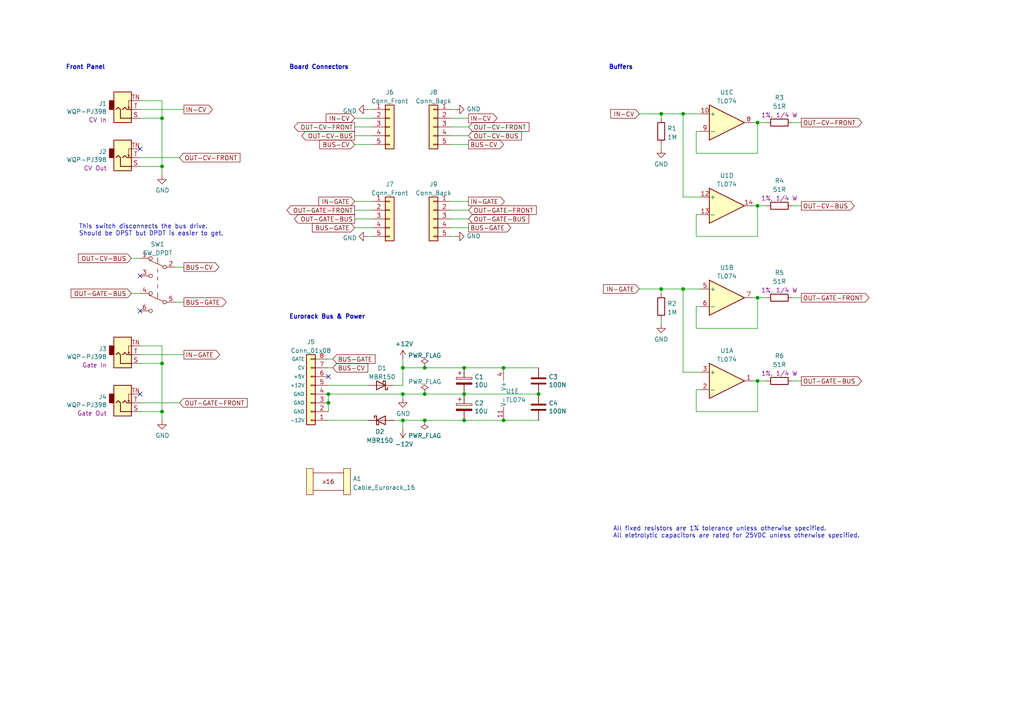
<source format=kicad_sch>
(kicad_sch (version 20211123) (generator eeschema)

  (uuid e63e39d7-6ac0-4ffd-8aa3-1841a4541b55)

  (paper "A4")

  (title_block
    (title "Eurorack Bus Driver")
    (date "2022-05-26")
    (rev "2.0")
    (company "Len Popp")
    (comment 1 "Copyright © 2022 Len Popp CC BY")
    (comment 2 "Eurorack CV & gate bus driver module - 3HP")
  )

  (lib_symbols
    (symbol "-lmp-diode:MBR150" (pin_numbers hide) (pin_names (offset 1.016) hide) (in_bom yes) (on_board yes)
      (property "Reference" "D" (id 0) (at 0 2.54 0)
        (effects (font (size 1.27 1.27)))
      )
      (property "Value" "MBR150" (id 1) (at 0 -2.54 0)
        (effects (font (size 1.27 1.27)))
      )
      (property "Footprint" "Diode_THT:D_DO-41_SOD81_P7.62mm_Horizontal" (id 2) (at 0 0 0)
        (effects (font (size 1.27 1.27)) hide)
      )
      (property "Datasheet" "https://www.onsemi.com/pdf/datasheet/mbr150-d.pdf" (id 3) (at 0 0 0)
        (effects (font (size 1.27 1.27)) hide)
      )
      (property "Manufacturer" "On Semi" (id 4) (at 0 0 0)
        (effects (font (size 1.27 1.27)) hide)
      )
      (property "ManufacturerPartNum" "MBR150RLG" (id 5) (at 0 0 0)
        (effects (font (size 1.27 1.27)) hide)
      )
      (property "Distributor" "Mouser" (id 6) (at 0 0 0)
        (effects (font (size 1.27 1.27)) hide)
      )
      (property "DistributorPartNum" "863-MBR150RLG" (id 7) (at 0 0 0)
        (effects (font (size 1.27 1.27)) hide)
      )
      (property "DistributorPartLink" "https://www.mouser.ca/ProductDetail/ON-Semiconductor/MBR150RLG?qs=3JMERSakebpMUdfDTQP0Kw%3D%3D" (id 8) (at 0 0 0)
        (effects (font (size 1.27 1.27)) hide)
      )
      (property "ki_keywords" "diode Schottky" (id 9) (at 0 0 0)
        (effects (font (size 1.27 1.27)) hide)
      )
      (property "ki_description" "Schottky rectifier diode" (id 10) (at 0 0 0)
        (effects (font (size 1.27 1.27)) hide)
      )
      (property "ki_fp_filters" "TO-???* *_Diode_* *SingleDiode* D_*" (id 11) (at 0 0 0)
        (effects (font (size 1.27 1.27)) hide)
      )
      (symbol "MBR150_0_1"
        (polyline
          (pts
            (xy 1.27 0)
            (xy -1.27 0)
          )
          (stroke (width 0) (type default) (color 0 0 0 0))
          (fill (type none))
        )
        (polyline
          (pts
            (xy 1.27 1.27)
            (xy 1.27 -1.27)
            (xy -1.27 0)
            (xy 1.27 1.27)
          )
          (stroke (width 0.254) (type default) (color 0 0 0 0))
          (fill (type none))
        )
        (polyline
          (pts
            (xy -1.905 0.635)
            (xy -1.905 1.27)
            (xy -1.27 1.27)
            (xy -1.27 -1.27)
            (xy -0.635 -1.27)
            (xy -0.635 -0.635)
          )
          (stroke (width 0.254) (type default) (color 0 0 0 0))
          (fill (type none))
        )
      )
      (symbol "MBR150_1_1"
        (pin passive line (at -3.81 0 0) (length 2.54)
          (name "K" (effects (font (size 1.27 1.27))))
          (number "1" (effects (font (size 1.27 1.27))))
        )
        (pin passive line (at 3.81 0 180) (length 2.54)
          (name "A" (effects (font (size 1.27 1.27))))
          (number "2" (effects (font (size 1.27 1.27))))
        )
      )
    )
    (symbol "-lmp-opamp:TL074" (pin_names (offset 0.127)) (in_bom yes) (on_board yes)
      (property "Reference" "U" (id 0) (at 0 5.08 0)
        (effects (font (size 1.27 1.27)) (justify left))
      )
      (property "Value" "TL074" (id 1) (at 0 -5.08 0)
        (effects (font (size 1.27 1.27)) (justify left))
      )
      (property "Footprint" "Package_DIP:DIP-14_W7.62mm" (id 2) (at -1.27 2.54 0)
        (effects (font (size 1.27 1.27)) hide)
      )
      (property "Datasheet" "http://www.ti.com/lit/ds/symlink/tl071.pdf" (id 3) (at 1.27 5.08 0)
        (effects (font (size 1.27 1.27)) hide)
      )
      (property "Manufacturer" "Texas Instruments" (id 4) (at 0 0 0)
        (effects (font (size 1.27 1.27)) hide)
      )
      (property "ManufacturerPartNum" "TL074BCN" (id 5) (at 0 0 0)
        (effects (font (size 1.27 1.27)) hide)
      )
      (property "Distributor" "Mouser" (id 6) (at 0 0 0)
        (effects (font (size 1.27 1.27)) hide)
      )
      (property "DistributorPartNum" "595-TL074BCN" (id 7) (at 0 0 0)
        (effects (font (size 1.27 1.27)) hide)
      )
      (property "DistributorPartLink" "https://www.mouser.ca/ProductDetail/?qs=vxEfx8VrU7BHurOY5iQdiA%3D%3D" (id 8) (at 0 0 0)
        (effects (font (size 1.27 1.27)) hide)
      )
      (property "ki_locked" "" (id 9) (at 0 0 0)
        (effects (font (size 1.27 1.27)))
      )
      (property "ki_keywords" "quad opamp" (id 10) (at 0 0 0)
        (effects (font (size 1.27 1.27)) hide)
      )
      (property "ki_description" "Quad Low-Noise JFET-Input Operational Amplifiers, DIP-14/SOIC-14" (id 11) (at 0 0 0)
        (effects (font (size 1.27 1.27)) hide)
      )
      (property "ki_fp_filters" "SOIC*3.9x8.7mm*P1.27mm* DIP*W7.62mm* TSSOP*4.4x5mm*P0.65mm* SSOP*5.3x6.2mm*P0.65mm* MSOP*3x3mm*P0.5mm*" (id 12) (at 0 0 0)
        (effects (font (size 1.27 1.27)) hide)
      )
      (symbol "TL074_1_1"
        (polyline
          (pts
            (xy -5.08 5.08)
            (xy 5.08 0)
            (xy -5.08 -5.08)
            (xy -5.08 5.08)
          )
          (stroke (width 0.254) (type default) (color 0 0 0 0))
          (fill (type background))
        )
        (pin output line (at 7.62 0 180) (length 2.54)
          (name "~" (effects (font (size 1.27 1.27))))
          (number "1" (effects (font (size 1.27 1.27))))
        )
        (pin input line (at -7.62 -2.54 0) (length 2.54)
          (name "-" (effects (font (size 1.27 1.27))))
          (number "2" (effects (font (size 1.27 1.27))))
        )
        (pin input line (at -7.62 2.54 0) (length 2.54)
          (name "+" (effects (font (size 1.27 1.27))))
          (number "3" (effects (font (size 1.27 1.27))))
        )
      )
      (symbol "TL074_2_1"
        (polyline
          (pts
            (xy -5.08 5.08)
            (xy 5.08 0)
            (xy -5.08 -5.08)
            (xy -5.08 5.08)
          )
          (stroke (width 0.254) (type default) (color 0 0 0 0))
          (fill (type background))
        )
        (pin input line (at -7.62 2.54 0) (length 2.54)
          (name "+" (effects (font (size 1.27 1.27))))
          (number "5" (effects (font (size 1.27 1.27))))
        )
        (pin input line (at -7.62 -2.54 0) (length 2.54)
          (name "-" (effects (font (size 1.27 1.27))))
          (number "6" (effects (font (size 1.27 1.27))))
        )
        (pin output line (at 7.62 0 180) (length 2.54)
          (name "~" (effects (font (size 1.27 1.27))))
          (number "7" (effects (font (size 1.27 1.27))))
        )
      )
      (symbol "TL074_3_1"
        (polyline
          (pts
            (xy -5.08 5.08)
            (xy 5.08 0)
            (xy -5.08 -5.08)
            (xy -5.08 5.08)
          )
          (stroke (width 0.254) (type default) (color 0 0 0 0))
          (fill (type background))
        )
        (pin input line (at -7.62 2.54 0) (length 2.54)
          (name "+" (effects (font (size 1.27 1.27))))
          (number "10" (effects (font (size 1.27 1.27))))
        )
        (pin output line (at 7.62 0 180) (length 2.54)
          (name "~" (effects (font (size 1.27 1.27))))
          (number "8" (effects (font (size 1.27 1.27))))
        )
        (pin input line (at -7.62 -2.54 0) (length 2.54)
          (name "-" (effects (font (size 1.27 1.27))))
          (number "9" (effects (font (size 1.27 1.27))))
        )
      )
      (symbol "TL074_4_1"
        (polyline
          (pts
            (xy -5.08 5.08)
            (xy 5.08 0)
            (xy -5.08 -5.08)
            (xy -5.08 5.08)
          )
          (stroke (width 0.254) (type default) (color 0 0 0 0))
          (fill (type background))
        )
        (pin input line (at -7.62 2.54 0) (length 2.54)
          (name "+" (effects (font (size 1.27 1.27))))
          (number "12" (effects (font (size 1.27 1.27))))
        )
        (pin input line (at -7.62 -2.54 0) (length 2.54)
          (name "-" (effects (font (size 1.27 1.27))))
          (number "13" (effects (font (size 1.27 1.27))))
        )
        (pin output line (at 7.62 0 180) (length 2.54)
          (name "~" (effects (font (size 1.27 1.27))))
          (number "14" (effects (font (size 1.27 1.27))))
        )
      )
      (symbol "TL074_5_1"
        (pin power_in line (at -2.54 -7.62 90) (length 3.81)
          (name "V-" (effects (font (size 1.27 1.27))))
          (number "11" (effects (font (size 1.27 1.27))))
        )
        (pin power_in line (at -2.54 7.62 270) (length 3.81)
          (name "V+" (effects (font (size 1.27 1.27))))
          (number "4" (effects (font (size 1.27 1.27))))
        )
      )
    )
    (symbol "-lmp-power:+12V" (power) (pin_names (offset 0)) (in_bom yes) (on_board yes)
      (property "Reference" "#PWR" (id 0) (at 0 -3.81 0)
        (effects (font (size 1.27 1.27)) hide)
      )
      (property "Value" "+12V" (id 1) (at 0 3.556 0)
        (effects (font (size 1.27 1.27)))
      )
      (property "Footprint" "" (id 2) (at 0 0 0)
        (effects (font (size 1.27 1.27)) hide)
      )
      (property "Datasheet" "" (id 3) (at 0 0 0)
        (effects (font (size 1.27 1.27)) hide)
      )
      (property "ki_keywords" "power-flag" (id 4) (at 0 0 0)
        (effects (font (size 1.27 1.27)) hide)
      )
      (property "ki_description" "Power symbol creates a global label with name \"+12V\"" (id 5) (at 0 0 0)
        (effects (font (size 1.27 1.27)) hide)
      )
      (symbol "+12V_0_1"
        (polyline
          (pts
            (xy -0.762 1.27)
            (xy 0 2.54)
          )
          (stroke (width 0) (type default) (color 0 0 0 0))
          (fill (type none))
        )
        (polyline
          (pts
            (xy 0 0)
            (xy 0 2.54)
          )
          (stroke (width 0) (type default) (color 0 0 0 0))
          (fill (type none))
        )
        (polyline
          (pts
            (xy 0 2.54)
            (xy 0.762 1.27)
          )
          (stroke (width 0) (type default) (color 0 0 0 0))
          (fill (type none))
        )
      )
      (symbol "+12V_1_1"
        (pin power_in line (at 0 0 90) (length 0) hide
          (name "+12V" (effects (font (size 1.27 1.27))))
          (number "1" (effects (font (size 1.27 1.27))))
        )
      )
    )
    (symbol "-lmp-power:-12V" (power) (pin_names (offset 0)) (in_bom yes) (on_board yes)
      (property "Reference" "#PWR" (id 0) (at 0 3.81 0)
        (effects (font (size 1.27 1.27)) hide)
      )
      (property "Value" "-12V" (id 1) (at 0 -3.556 0)
        (effects (font (size 1.27 1.27)))
      )
      (property "Footprint" "" (id 2) (at 0 0 0)
        (effects (font (size 1.27 1.27)) hide)
      )
      (property "Datasheet" "" (id 3) (at 0 0 0)
        (effects (font (size 1.27 1.27)) hide)
      )
      (property "ki_keywords" "power-flag" (id 4) (at 0 0 0)
        (effects (font (size 1.27 1.27)) hide)
      )
      (property "ki_description" "Power symbol creates a global label with name \"-12V\"" (id 5) (at 0 0 0)
        (effects (font (size 1.27 1.27)) hide)
      )
      (symbol "-12V_0_1"
        (polyline
          (pts
            (xy -0.762 -1.27)
            (xy 0 -2.54)
          )
          (stroke (width 0) (type default) (color 0 0 0 0))
          (fill (type none))
        )
        (polyline
          (pts
            (xy 0 -2.54)
            (xy 0.762 -1.27)
          )
          (stroke (width 0) (type default) (color 0 0 0 0))
          (fill (type none))
        )
        (polyline
          (pts
            (xy 0 0)
            (xy 0 -2.54)
          )
          (stroke (width 0) (type default) (color 0 0 0 0))
          (fill (type none))
        )
      )
      (symbol "-12V_1_1"
        (pin power_in line (at 0 0 270) (length 0) hide
          (name "-12V" (effects (font (size 1.27 1.27))))
          (number "1" (effects (font (size 1.27 1.27))))
        )
      )
    )
    (symbol "-lmp-power:GND" (power) (pin_names (offset 0)) (in_bom yes) (on_board yes)
      (property "Reference" "#PWR" (id 0) (at 0 -6.35 0)
        (effects (font (size 1.27 1.27)) hide)
      )
      (property "Value" "GND" (id 1) (at 0 -3.81 0)
        (effects (font (size 1.27 1.27)))
      )
      (property "Footprint" "" (id 2) (at 0 0 0)
        (effects (font (size 1.27 1.27)) hide)
      )
      (property "Datasheet" "" (id 3) (at 0 0 0)
        (effects (font (size 1.27 1.27)) hide)
      )
      (property "ki_keywords" "power-flag" (id 4) (at 0 0 0)
        (effects (font (size 1.27 1.27)) hide)
      )
      (property "ki_description" "Power symbol creates a global label with name \"GND\" , ground" (id 5) (at 0 0 0)
        (effects (font (size 1.27 1.27)) hide)
      )
      (symbol "GND_0_1"
        (polyline
          (pts
            (xy 0 0)
            (xy 0 -1.27)
            (xy 1.27 -1.27)
            (xy 0 -2.54)
            (xy -1.27 -1.27)
            (xy 0 -1.27)
          )
          (stroke (width 0) (type default) (color 0 0 0 0))
          (fill (type none))
        )
      )
      (symbol "GND_1_1"
        (pin power_in line (at 0 0 270) (length 0) hide
          (name "GND" (effects (font (size 1.27 1.27))))
          (number "1" (effects (font (size 1.27 1.27))))
        )
      )
    )
    (symbol "-lmp-power:PWR_FLAG" (power) (pin_numbers hide) (pin_names (offset 0) hide) (in_bom yes) (on_board yes)
      (property "Reference" "#FLG" (id 0) (at 0 1.905 0)
        (effects (font (size 1.27 1.27)) hide)
      )
      (property "Value" "PWR_FLAG" (id 1) (at 0 3.81 0)
        (effects (font (size 1.27 1.27)))
      )
      (property "Footprint" "" (id 2) (at 0 0 0)
        (effects (font (size 1.27 1.27)) hide)
      )
      (property "Datasheet" "~" (id 3) (at 0 0 0)
        (effects (font (size 1.27 1.27)) hide)
      )
      (property "ki_keywords" "power-flag" (id 4) (at 0 0 0)
        (effects (font (size 1.27 1.27)) hide)
      )
      (property "ki_description" "Special symbol for telling ERC where power comes from" (id 5) (at 0 0 0)
        (effects (font (size 1.27 1.27)) hide)
      )
      (symbol "PWR_FLAG_0_0"
        (pin power_out line (at 0 0 90) (length 0)
          (name "pwr" (effects (font (size 1.27 1.27))))
          (number "1" (effects (font (size 1.27 1.27))))
        )
      )
      (symbol "PWR_FLAG_0_1"
        (polyline
          (pts
            (xy 0 0)
            (xy 0 1.27)
            (xy -1.016 1.905)
            (xy 0 2.54)
            (xy 1.016 1.905)
            (xy 0 1.27)
          )
          (stroke (width 0) (type default) (color 0 0 0 0))
          (fill (type none))
        )
      )
    )
    (symbol "-lmp-synth:CP_10U" (pin_numbers hide) (pin_names (offset 0.254)) (in_bom yes) (on_board yes)
      (property "Reference" "C" (id 0) (at 0.635 2.54 0)
        (effects (font (size 1.27 1.27)) (justify left))
      )
      (property "Value" "CP_10U" (id 1) (at 0.635 -2.54 0)
        (effects (font (size 1.27 1.27)) (justify left))
      )
      (property "Footprint" "-lmp-misc:CP_Radial_D5.0mm_P2.50mm" (id 2) (at 0.9652 -3.81 0)
        (effects (font (size 1.27 1.27)) hide)
      )
      (property "Datasheet" "https://www.mouser.ca/datasheet/2/315/ABA0000C1059-947582.pdf" (id 3) (at 0 -3.81 0)
        (effects (font (size 1.27 1.27)) hide)
      )
      (property "Value2" "35 VDC" (id 4) (at 0.635 -4.445 0)
        (effects (font (size 1.27 1.27)) (justify left) hide)
      )
      (property "Note" "12 V decoupling" (id 5) (at 0.635 -6.35 0)
        (effects (font (size 1.27 1.27)) (justify left) hide)
      )
      (property "Manufacturer" "Panasonic" (id 6) (at 0 -3.81 0)
        (effects (font (size 1.27 1.27)) hide)
      )
      (property "ManufacturerPartNum" "ECE-A1VKS100I" (id 7) (at 0 -3.81 0)
        (effects (font (size 1.27 1.27)) hide)
      )
      (property "Distributor" "Mouser" (id 8) (at 0 -3.81 0)
        (effects (font (size 1.27 1.27)) hide)
      )
      (property "DistributorPartNum" "667-ECE-A1VKS100I" (id 9) (at 0 -3.81 0)
        (effects (font (size 1.27 1.27)) hide)
      )
      (property "DistributorPartLink" "https://www.mouser.ca/ProductDetail/667-ECE-A1VKS100I" (id 10) (at 0 -3.81 0)
        (effects (font (size 1.27 1.27)) hide)
      )
      (property "Distributor2" "Thonk" (id 11) (at 0 -3.81 0)
        (effects (font (size 1.27 1.27)) hide)
      )
      (property "DistributorPartNum2" "Group_Eurorack_DIY_Essential" (id 12) (at 0 -3.81 0)
        (effects (font (size 1.27 1.27)) hide)
      )
      (property "DistributorPartLink2" "https://www.thonk.co.uk/shop/eurorack-diy-essentials/" (id 13) (at 0 -3.81 0)
        (effects (font (size 1.27 1.27)) hide)
      )
      (property "ki_keywords" "cap capacitor electrolytic" (id 14) (at 0 0 0)
        (effects (font (size 1.27 1.27)) hide)
      )
      (property "ki_description" "Capacitor - Electrolytic - 12 V decoupling" (id 15) (at 0 0 0)
        (effects (font (size 1.27 1.27)) hide)
      )
      (property "ki_fp_filters" "CP_*" (id 16) (at 0 0 0)
        (effects (font (size 1.27 1.27)) hide)
      )
      (symbol "CP_10U_0_1"
        (rectangle (start -2.286 0.508) (end 2.286 1.016)
          (stroke (width 0) (type default) (color 0 0 0 0))
          (fill (type none))
        )
        (polyline
          (pts
            (xy -1.778 2.286)
            (xy -0.762 2.286)
          )
          (stroke (width 0) (type default) (color 0 0 0 0))
          (fill (type none))
        )
        (polyline
          (pts
            (xy -1.27 2.794)
            (xy -1.27 1.778)
          )
          (stroke (width 0) (type default) (color 0 0 0 0))
          (fill (type none))
        )
        (rectangle (start 2.286 -0.508) (end -2.286 -1.016)
          (stroke (width 0) (type default) (color 0 0 0 0))
          (fill (type outline))
        )
      )
      (symbol "CP_10U_1_1"
        (pin passive line (at 0 3.81 270) (length 2.794)
          (name "~" (effects (font (size 1.27 1.27))))
          (number "1" (effects (font (size 1.27 1.27))))
        )
        (pin passive line (at 0 -3.81 90) (length 2.794)
          (name "~" (effects (font (size 1.27 1.27))))
          (number "2" (effects (font (size 1.27 1.27))))
        )
      )
    )
    (symbol "-lmp-synth:Cable_Eurorack_16" (in_bom yes) (on_board no)
      (property "Reference" "A" (id 0) (at 0 8.255 0)
        (effects (font (size 1.27 1.27)))
      )
      (property "Value" "Cable_Eurorack_16" (id 1) (at 0 5.715 0)
        (effects (font (size 1.27 1.27)))
      )
      (property "Footprint" "-lmp-misc:NoFootprint" (id 2) (at 0.635 -5.08 0)
        (effects (font (size 1.27 1.27)) hide)
      )
      (property "Datasheet" "" (id 3) (at 0 8.255 0)
        (effects (font (size 1.27 1.27)) hide)
      )
      (property "Note" "Length as required" (id 4) (at 0 -1.27 0)
        (effects (font (size 1.27 1.27)) hide)
      )
      (property "Distributor" "Thonk" (id 5) (at 0 -5.08 0)
        (effects (font (size 1.27 1.27)) hide)
      )
      (property "DistributorPartLink" "https://www.thonk.co.uk/shop/eurorack-power-cables/" (id 6) (at 0 -5.08 0)
        (effects (font (size 1.27 1.27)) hide)
      )
      (property "Distributor2" "SynthCube" (id 7) (at 0 -5.08 0)
        (effects (font (size 1.27 1.27)) hide)
      )
      (property "DistributorPartLink2" "https://synthcube.com/cart/eurorack-ribbon-power-cables" (id 8) (at 0 -5.08 0)
        (effects (font (size 1.27 1.27)) hide)
      )
      (property "Distributor3" "Modular Addict" (id 9) (at 0 -5.08 0)
        (effects (font (size 1.27 1.27)) hide)
      )
      (property "DistributorPartLink3" "https://modularaddict.com/parts/eurorack-power-cables-1" (id 10) (at 0 -5.08 0)
        (effects (font (size 1.27 1.27)) hide)
      )
      (property "ki_keywords" "Eurorack 16 power cable" (id 11) (at 0 0 0)
        (effects (font (size 1.27 1.27)) hide)
      )
      (property "ki_description" "Eurorack 16-16 pin power & bus cable" (id 12) (at 0 0 0)
        (effects (font (size 1.27 1.27)) hide)
      )
      (symbol "Cable_Eurorack_16_0_0"
        (text "x16" (at 0 0 0)
          (effects (font (size 1.27 1.27)))
        )
      )
      (symbol "Cable_Eurorack_16_0_1"
        (rectangle (start -6.35 3.81) (end -4.445 -3.81)
          (stroke (width 0.1524) (type default) (color 0 0 0 0))
          (fill (type background))
        )
        (polyline
          (pts
            (xy -4.445 -2.54)
            (xy 4.445 -2.54)
          )
          (stroke (width 0.1524) (type default) (color 0 0 0 0))
          (fill (type none))
        )
        (polyline
          (pts
            (xy -4.445 2.54)
            (xy 4.445 2.54)
          )
          (stroke (width 0.1524) (type default) (color 0 0 0 0))
          (fill (type none))
        )
        (rectangle (start 4.445 3.81) (end 6.35 -3.81)
          (stroke (width 0.1524) (type default) (color 0 0 0 0))
          (fill (type background))
        )
      )
    )
    (symbol "-lmp-synth:Conn_Eurorack_Pwr_Hdr_8" (pin_names (offset 3.048)) (in_bom yes) (on_board yes)
      (property "Reference" "J5" (id 0) (at 0 15.1298 0)
        (effects (font (size 1.27 1.27)))
      )
      (property "Value" "Conn_Eurorack_Pwr_Hdr_8" (id 1) (at 0 12.5929 0)
        (effects (font (size 1.27 1.27)))
      )
      (property "Footprint" "-lmp-synth:PinHeader-Eurorack-8-TH-RA" (id 2) (at 0 0 0)
        (effects (font (size 1.27 1.27)) hide)
      )
      (property "Datasheet" "https://www.amphenol-icc.com/media/wysiwyg/files/documentation/datasheet/boardwiretoboard/bwb_econostik_254headers.pdf" (id 3) (at 0 -2.54 0)
        (effects (font (size 1.27 1.27)) hide)
      )
      (property "Distributor" "Adafruit" (id 4) (at 0 0 0)
        (effects (font (size 1.27 1.27)) hide)
      )
      (property "DistributorPartNum" "1540" (id 5) (at 0 0 0)
        (effects (font (size 1.27 1.27)) hide)
      )
      (property "DistributorPartLink" "https://www.adafruit.com/product/1540" (id 6) (at 0 0 0)
        (effects (font (size 1.27 1.27)) hide)
      )
      (property "Distributor2" "Mouser" (id 7) (at 0 0 0)
        (effects (font (size 1.27 1.27)) hide)
      )
      (property "DistributorPartNum2" "649-1012937993601BLF" (id 8) (at 0 0 0)
        (effects (font (size 1.27 1.27)) hide)
      )
      (property "DistributorPartLink2" "https://www.mouser.ca/ProductDetail/Amphenol-FCI/10129379-936001BLF?qs=0lQeLiL1qyaSuTs3FuCL%2FQ%3D%3D" (id 9) (at 0 0 0)
        (effects (font (size 1.27 1.27)) hide)
      )
      (property "Manufacturer" "" (id 10) (at 0 0 0)
        (effects (font (size 1.27 1.27)) hide)
      )
      (property "ManufacturerPartNum" "" (id 11) (at 0 0 0)
        (effects (font (size 1.27 1.27)) hide)
      )
      (property "ki_keywords" "connector Eurorack" (id 12) (at 0 0 0)
        (effects (font (size 1.27 1.27)) hide)
      )
      (property "ki_description" "Eurorack 8-pin board power/CV/gate bus connector" (id 13) (at 0 0 0)
        (effects (font (size 1.27 1.27)) hide)
      )
      (property "ki_fp_filters" "Connector*:*_1x??_*" (id 14) (at 0 0 0)
        (effects (font (size 1.27 1.27)) hide)
      )
      (symbol "Conn_Eurorack_Pwr_Hdr_8_1_1"
        (rectangle (start 1.27 -11.43) (end -1.27 8.89)
          (stroke (width 0.254) (type default) (color 0 0 0 0))
          (fill (type background))
        )
        (rectangle (start 1.27 -10.287) (end 0 -10.033)
          (stroke (width 0.1524) (type default) (color 0 0 0 0))
          (fill (type none))
        )
        (rectangle (start 1.27 -7.747) (end 0 -7.493)
          (stroke (width 0.1524) (type default) (color 0 0 0 0))
          (fill (type none))
        )
        (rectangle (start 1.27 -5.207) (end 0 -4.953)
          (stroke (width 0.1524) (type default) (color 0 0 0 0))
          (fill (type none))
        )
        (rectangle (start 1.27 -2.667) (end 0 -2.413)
          (stroke (width 0.1524) (type default) (color 0 0 0 0))
          (fill (type none))
        )
        (rectangle (start 1.27 -0.127) (end 0 0.127)
          (stroke (width 0.1524) (type default) (color 0 0 0 0))
          (fill (type none))
        )
        (rectangle (start 1.27 2.413) (end 0 2.667)
          (stroke (width 0.1524) (type default) (color 0 0 0 0))
          (fill (type none))
        )
        (rectangle (start 1.27 4.953) (end 0 5.207)
          (stroke (width 0.1524) (type default) (color 0 0 0 0))
          (fill (type none))
        )
        (rectangle (start 1.27 7.493) (end 0 7.747)
          (stroke (width 0.1524) (type default) (color 0 0 0 0))
          (fill (type none))
        )
        (pin passive line (at 5.08 -10.16 180) (length 3.81)
          (name "-12V" (effects (font (size 1.016 1.016))))
          (number "1" (effects (font (size 1.27 1.27))))
        )
        (pin passive line (at 5.08 -7.62 180) (length 3.81)
          (name "GND" (effects (font (size 1.016 1.016))))
          (number "2" (effects (font (size 1.27 1.27))))
        )
        (pin passive line (at 5.08 -5.08 180) (length 3.81)
          (name "GND" (effects (font (size 1.016 1.016))))
          (number "3" (effects (font (size 1.27 1.27))))
        )
        (pin passive line (at 5.08 -2.54 180) (length 3.81)
          (name "GND" (effects (font (size 1.016 1.016))))
          (number "4" (effects (font (size 1.27 1.27))))
        )
        (pin passive line (at 5.08 0 180) (length 3.81)
          (name "+12V" (effects (font (size 1.016 1.016))))
          (number "5" (effects (font (size 1.27 1.27))))
        )
        (pin passive line (at 5.08 2.54 180) (length 3.81)
          (name "+5V" (effects (font (size 1.016 1.016))))
          (number "6" (effects (font (size 1.27 1.27))))
        )
        (pin passive line (at 5.08 5.08 180) (length 3.81)
          (name "CV" (effects (font (size 1.016 1.016))))
          (number "7" (effects (font (size 1.27 1.27))))
        )
        (pin passive line (at 5.08 7.62 180) (length 3.81)
          (name "GATE" (effects (font (size 1.016 1.016))))
          (number "8" (effects (font (size 1.27 1.27))))
        )
      )
    )
    (symbol "-lmp-synth:Jack_WQP-PJ398" (in_bom yes) (on_board yes)
      (property "Reference" "J" (id 0) (at 0 10.033 0)
        (effects (font (size 1.27 1.27)))
      )
      (property "Value" "Jack_WQP-PJ398" (id 1) (at 0 7.62 0)
        (effects (font (size 1.27 1.27)))
      )
      (property "Footprint" "-lmp-synth:Jack_3.5mm_QingPu_WQP-PJ398SM_Vertical" (id 2) (at 0 0 0)
        (effects (font (size 1.27 1.27)) hide)
      )
      (property "Datasheet" "http://www.qingpu-electronics.com/en/products/WQP-PJ398SM-362.html" (id 3) (at 0 0 0)
        (effects (font (size 1.27 1.27)) hide)
      )
      (property "Label" "[label]" (id 4) (at 0 5.207 0)
        (effects (font (size 1.27 1.27)))
      )
      (property "Manufacturer" "QingPu / Thonk" (id 5) (at 0 0 0)
        (effects (font (size 1.27 1.27)) hide)
      )
      (property "ManufacturerPartNum" "PJ398SM / WQP518MA" (id 6) (at 0 0 0)
        (effects (font (size 1.27 1.27)) hide)
      )
      (property "Distributor" "Thonk" (id 7) (at 0 0 0)
        (effects (font (size 1.27 1.27)) hide)
      )
      (property "DistributorPartNum" "PJ398SM" (id 8) (at 0 0 0)
        (effects (font (size 1.27 1.27)) hide)
      )
      (property "DistributorPartLink" "https://www.thonk.co.uk/shop/thonkiconn/" (id 9) (at 0 0 0)
        (effects (font (size 1.27 1.27)) hide)
      )
      (property "Distributor2" "SynthCube" (id 10) (at 0 0 0)
        (effects (font (size 1.27 1.27)) hide)
      )
      (property "DistributorPartNum2" "WQP518MA" (id 11) (at 0 0 0)
        (effects (font (size 1.27 1.27)) hide)
      )
      (property "DistributorPartLink2" "https://synthcube.com/cart/3-5mm-euro-jacks" (id 12) (at 0 0 0)
        (effects (font (size 1.27 1.27)) hide)
      )
      (property "Distributor3" "Adafruit" (id 13) (at 0 0 0)
        (effects (font (size 1.27 1.27)) hide)
      )
      (property "DistributorPartNum3" "4031" (id 14) (at 0 0 0)
        (effects (font (size 1.27 1.27)) hide)
      )
      (property "DistributorPartLink3" "https://www.adafruit.com/product/4031" (id 15) (at 0 0 0)
        (effects (font (size 1.27 1.27)) hide)
      )
      (property "ki_keywords" "audio jack receptacle mono headphones phone TS connector QingPu Thonkiconn" (id 16) (at 0 0 0)
        (effects (font (size 1.27 1.27)) hide)
      )
      (property "ki_description" "Audio Jack, 2 Poles (Mono / TS), Switched T Pole (Normalling), QingPu / Thonkiconn" (id 17) (at 0 0 0)
        (effects (font (size 1.27 1.27)) hide)
      )
      (property "ki_fp_filters" "Jack*" (id 18) (at 0 0 0)
        (effects (font (size 1.27 1.27)) hide)
      )
      (symbol "Jack_WQP-PJ398_0_1"
        (rectangle (start -2.54 0) (end -3.81 -2.54)
          (stroke (width 0.254) (type default) (color 0 0 0 0))
          (fill (type outline))
        )
        (polyline
          (pts
            (xy 1.778 -0.254)
            (xy 2.032 -0.762)
          )
          (stroke (width 0) (type default) (color 0 0 0 0))
          (fill (type none))
        )
        (polyline
          (pts
            (xy 0 0)
            (xy 0.635 -0.635)
            (xy 1.27 0)
            (xy 2.54 0)
          )
          (stroke (width 0.254) (type default) (color 0 0 0 0))
          (fill (type none))
        )
        (polyline
          (pts
            (xy 2.54 -2.54)
            (xy 1.778 -2.54)
            (xy 1.778 -0.254)
            (xy 1.524 -0.762)
          )
          (stroke (width 0) (type default) (color 0 0 0 0))
          (fill (type none))
        )
        (polyline
          (pts
            (xy 2.54 2.54)
            (xy -0.635 2.54)
            (xy -0.635 0)
            (xy -1.27 -0.635)
            (xy -1.905 0)
          )
          (stroke (width 0.254) (type default) (color 0 0 0 0))
          (fill (type none))
        )
        (rectangle (start 2.54 3.81) (end -2.54 -5.08)
          (stroke (width 0.254) (type default) (color 0 0 0 0))
          (fill (type background))
        )
      )
      (symbol "Jack_WQP-PJ398_1_1"
        (pin passive line (at 5.08 2.54 180) (length 2.54)
          (name "~" (effects (font (size 1.27 1.27))))
          (number "S" (effects (font (size 1.27 1.27))))
        )
        (pin passive line (at 5.08 0 180) (length 2.54)
          (name "~" (effects (font (size 1.27 1.27))))
          (number "T" (effects (font (size 1.27 1.27))))
        )
        (pin passive line (at 5.08 -2.54 180) (length 2.54)
          (name "~" (effects (font (size 1.27 1.27))))
          (number "TN" (effects (font (size 1.27 1.27))))
        )
      )
    )
    (symbol "-lmp-synth:R_51R_Output" (pin_numbers hide) (pin_names (offset 0)) (in_bom yes) (on_board yes)
      (property "Reference" "R" (id 0) (at -2.286 0 90)
        (effects (font (size 1.27 1.27)))
      )
      (property "Value" "R_51R_Output" (id 1) (at 2.413 0 90)
        (effects (font (size 1.27 1.27)))
      )
      (property "Footprint" "-lmp-misc:R_Axial_DIN0207_L6.3mm_D2.5mm_P7.62mm_Horizontal" (id 2) (at -1.778 0 90)
        (effects (font (size 1.27 1.27)) hide)
      )
      (property "Datasheet" "https://www.mouser.ca/datasheet/2/447/Yageo_LR_MFR_1-1714151.pdf" (id 3) (at 0 0 0)
        (effects (font (size 1.27 1.27)) hide)
      )
      (property "Value2" "1%, 1/4 W" (id 4) (at 4.445 0 90)
        (effects (font (size 1.27 1.27)))
      )
      (property "Note" "Output limiting" (id 5) (at -1.905 -1.905 90)
        (effects (font (size 1.27 1.27)) hide)
      )
      (property "Manufacturer" "YAGEO" (id 6) (at 0 0 0)
        (effects (font (size 1.27 1.27)) hide)
      )
      (property "ManufacturerPartNum" "MFR-25FBF52-51R" (id 7) (at 0 0 0)
        (effects (font (size 1.27 1.27)) hide)
      )
      (property "Distributor" "Mouser" (id 8) (at -1.905 0 90)
        (effects (font (size 1.27 1.27)) hide)
      )
      (property "DistributorPartNum" "603-MFR-25FBF52-51R" (id 9) (at 0 0 0)
        (effects (font (size 1.27 1.27)) hide)
      )
      (property "DistributorPartLink" "https://www.mouser.ca/ProductDetail/?qs=oAGoVhmvjhzVx2bdEH1TLQ%3D%3D" (id 10) (at 0 0 0)
        (effects (font (size 1.27 1.27)) hide)
      )
      (property "ki_keywords" "R res resistor" (id 11) (at 0 0 0)
        (effects (font (size 1.27 1.27)) hide)
      )
      (property "ki_description" "Resistor" (id 12) (at 0 0 0)
        (effects (font (size 1.27 1.27)) hide)
      )
      (property "ki_fp_filters" "R_*" (id 13) (at 0 0 0)
        (effects (font (size 1.27 1.27)) hide)
      )
      (symbol "R_51R_Output_0_1"
        (rectangle (start -1.016 -2.54) (end 1.016 2.54)
          (stroke (width 0.254) (type default) (color 0 0 0 0))
          (fill (type none))
        )
      )
      (symbol "R_51R_Output_1_1"
        (pin passive line (at 0 3.81 270) (length 1.27)
          (name "~" (effects (font (size 1.27 1.27))))
          (number "1" (effects (font (size 1.27 1.27))))
        )
        (pin passive line (at 0 -3.81 90) (length 1.27)
          (name "~" (effects (font (size 1.27 1.27))))
          (number "2" (effects (font (size 1.27 1.27))))
        )
      )
    )
    (symbol "-lmp-synth:SW_DPDT" (pin_names (offset 0) hide) (in_bom yes) (on_board yes)
      (property "Reference" "SW" (id 0) (at 0 8.89 0)
        (effects (font (size 1.27 1.27)))
      )
      (property "Value" "SW_DPDT" (id 1) (at 0 -10.16 0)
        (effects (font (size 1.27 1.27)))
      )
      (property "Footprint" "-lmp-misc:SW_DPDT_THT_2.54" (id 2) (at 0 5.08 0)
        (effects (font (size 1.27 1.27)) hide)
      )
      (property "Datasheet" "https://www.carlingtech.com/sites/default/files/documents/Carling-MTS-2S-Series.pdf" (id 3) (at 0 5.08 0)
        (effects (font (size 1.27 1.27)) hide)
      )
      (property "Distributor" "Mouser" (id 4) (at 0 0 0)
        (effects (font (size 1.27 1.27)) hide)
      )
      (property "DistributorPartNum" "10TC415" (id 5) (at 0 0 0)
        (effects (font (size 1.27 1.27)) hide)
      )
      (property "DistributorPartLink" "https://www.mouser.ca/ProductDetail/Mountain-Switch/10TC415?qs=iZD9pWtnGRefQ6NhCLkVPw%3D%3D" (id 6) (at 0 0 0)
        (effects (font (size 1.27 1.27)) hide)
      )
      (property "Distributor2" "Antique Electronic Supply" (id 7) (at 0 0 0)
        (effects (font (size 1.27 1.27)) hide)
      )
      (property "DistributorPartNum2" "P-H545-SUB" (id 8) (at 0 0 0)
        (effects (font (size 1.27 1.27)) hide)
      )
      (property "DistributorPartLink2" "https://www.tubesandmore.com/products/switch-carling-submini-toggle-dpdt-2-position-pc-pins" (id 9) (at 0 0 0)
        (effects (font (size 1.27 1.27)) hide)
      )
      (property "Distributor3" "Thonk" (id 10) (at 0 0 0)
        (effects (font (size 1.27 1.27)) hide)
      )
      (property "DistributorPartNum3" "Group_SWITCH_DW" (id 11) (at 0 0 0)
        (effects (font (size 1.27 1.27)) hide)
      )
      (property "DistributorPartLink3" "https://www.thonk.co.uk/shop/sub-mini-toggle-switches/" (id 12) (at 0 0 0)
        (effects (font (size 1.27 1.27)) hide)
      )
      (property "Manufacturer" "Carling" (id 13) (at 0 0 0)
        (effects (font (size 1.27 1.27)) hide)
      )
      (property "ManufacturerPartNum" "2S1-MDP1-T1-B1-M2QE" (id 14) (at 0 0 0)
        (effects (font (size 1.27 1.27)) hide)
      )
      (property "ki_keywords" "switch dual-pole double-throw spdt ON-ON" (id 15) (at 0 0 0)
        (effects (font (size 1.27 1.27)) hide)
      )
      (property "ki_description" "Momentary Switch, dual pole double throw" (id 16) (at 0 0 0)
        (effects (font (size 1.27 1.27)) hide)
      )
      (symbol "SW_DPDT_0_0"
        (circle (center -2.032 -5.08) (radius 0.508)
          (stroke (width 0) (type default) (color 0 0 0 0))
          (fill (type none))
        )
        (circle (center -2.032 5.08) (radius 0.508)
          (stroke (width 0) (type default) (color 0 0 0 0))
          (fill (type none))
        )
        (circle (center 2.032 -7.62) (radius 0.508)
          (stroke (width 0) (type default) (color 0 0 0 0))
          (fill (type none))
        )
        (circle (center 2.032 2.54) (radius 0.508)
          (stroke (width 0) (type default) (color 0 0 0 0))
          (fill (type none))
        )
      )
      (symbol "SW_DPDT_0_1"
        (polyline
          (pts
            (xy -1.524 -4.826)
            (xy 2.54 -3.048)
          )
          (stroke (width 0) (type default) (color 0 0 0 0))
          (fill (type none))
        )
        (polyline
          (pts
            (xy -1.524 5.334)
            (xy 2.54 7.112)
          )
          (stroke (width 0) (type default) (color 0 0 0 0))
          (fill (type none))
        )
        (polyline
          (pts
            (xy 0 -2.286)
            (xy 0 -4.064)
          )
          (stroke (width 0) (type default) (color 0 0 0 0))
          (fill (type none))
        )
        (polyline
          (pts
            (xy 0 -1.016)
            (xy 0 0)
          )
          (stroke (width 0) (type default) (color 0 0 0 0))
          (fill (type none))
        )
        (polyline
          (pts
            (xy 0 1.27)
            (xy 0 2.286)
          )
          (stroke (width 0) (type default) (color 0 0 0 0))
          (fill (type none))
        )
        (polyline
          (pts
            (xy 0 3.556)
            (xy 0 4.572)
          )
          (stroke (width 0) (type default) (color 0 0 0 0))
          (fill (type none))
        )
        (polyline
          (pts
            (xy 0 7.874)
            (xy 0 6.096)
          )
          (stroke (width 0) (type default) (color 0 0 0 0))
          (fill (type none))
        )
        (circle (center 2.032 -2.54) (radius 0.508)
          (stroke (width 0) (type default) (color 0 0 0 0))
          (fill (type none))
        )
        (circle (center 2.032 7.62) (radius 0.508)
          (stroke (width 0) (type default) (color 0 0 0 0))
          (fill (type none))
        )
      )
      (symbol "SW_DPDT_1_1"
        (pin passive line (at 5.08 7.62 180) (length 2.54)
          (name "A" (effects (font (size 1.27 1.27))))
          (number "1" (effects (font (size 1.27 1.27))))
        )
        (pin passive line (at -5.08 5.08 0) (length 2.54)
          (name "B" (effects (font (size 1.27 1.27))))
          (number "2" (effects (font (size 1.27 1.27))))
        )
        (pin passive line (at 5.08 2.54 180) (length 2.54)
          (name "C" (effects (font (size 1.27 1.27))))
          (number "3" (effects (font (size 1.27 1.27))))
        )
        (pin passive line (at 5.08 -2.54 180) (length 2.54)
          (name "A" (effects (font (size 1.27 1.27))))
          (number "4" (effects (font (size 1.27 1.27))))
        )
        (pin passive line (at -5.08 -5.08 0) (length 2.54)
          (name "B" (effects (font (size 1.27 1.27))))
          (number "5" (effects (font (size 1.27 1.27))))
        )
        (pin passive line (at 5.08 -7.62 180) (length 2.54)
          (name "C" (effects (font (size 1.27 1.27))))
          (number "6" (effects (font (size 1.27 1.27))))
        )
      )
    )
    (symbol "-lmp:CC_100N" (pin_numbers hide) (pin_names (offset 0.254)) (in_bom yes) (on_board yes)
      (property "Reference" "C" (id 0) (at 0.635 2.54 0)
        (effects (font (size 1.27 1.27)) (justify left))
      )
      (property "Value" "CC_100N" (id 1) (at 0.635 -2.54 0)
        (effects (font (size 1.27 1.27)) (justify left))
      )
      (property "Footprint" "-lmp-misc:C_Disc_D5.0mm_W2.5mm_P2.50mm" (id 2) (at 0.9652 -3.81 0)
        (effects (font (size 1.27 1.27)) hide)
      )
      (property "Datasheet" "https://product.tdk.com/system/files/dam/doc/product/capacitor/ceramic/lead-mlcc/catalog/leadmlcc_halogenfree_fg_en.pdf" (id 3) (at -0.635 -3.81 0)
        (effects (font (size 1.27 1.27)) hide)
      )
      (property "Note" "IC decoupling" (id 4) (at 0.635 -5.08 0)
        (effects (font (size 1.27 1.27)) (justify left) hide)
      )
      (property "Manufacturer" "TDK" (id 5) (at 0 0 0)
        (effects (font (size 1.27 1.27)) hide)
      )
      (property "ManufacturerPartNum" "FG18X7R1H104KNT06" (id 6) (at 0 0 0)
        (effects (font (size 1.27 1.27)) hide)
      )
      (property "Distributor" "Mouser" (id 7) (at 0 0 0)
        (effects (font (size 1.27 1.27)) hide)
      )
      (property "DistributorPartNum" "810-FG18X7R1H104KNT6" (id 8) (at 0 0 0)
        (effects (font (size 1.27 1.27)) hide)
      )
      (property "DistributorPartLink" "https://www.mouser.ca/ProductDetail/810-FG18X7R1H104KNT6" (id 9) (at 0 0 0)
        (effects (font (size 1.27 1.27)) hide)
      )
      (property "ki_keywords" "cap capacitor ceramic" (id 10) (at 0 0 0)
        (effects (font (size 1.27 1.27)) hide)
      )
      (property "ki_description" "Capacitor - Ceramic - IC decoupling" (id 11) (at 0 0 0)
        (effects (font (size 1.27 1.27)) hide)
      )
      (property "ki_fp_filters" "C_*" (id 12) (at 0 0 0)
        (effects (font (size 1.27 1.27)) hide)
      )
      (symbol "CC_100N_0_1"
        (polyline
          (pts
            (xy -2.032 -0.762)
            (xy 2.032 -0.762)
          )
          (stroke (width 0.508) (type default) (color 0 0 0 0))
          (fill (type none))
        )
        (polyline
          (pts
            (xy -2.032 0.762)
            (xy 2.032 0.762)
          )
          (stroke (width 0.508) (type default) (color 0 0 0 0))
          (fill (type none))
        )
      )
      (symbol "CC_100N_1_1"
        (pin passive line (at 0 3.81 270) (length 2.794)
          (name "~" (effects (font (size 1.27 1.27))))
          (number "1" (effects (font (size 1.27 1.27))))
        )
        (pin passive line (at 0 -3.81 90) (length 2.794)
          (name "~" (effects (font (size 1.27 1.27))))
          (number "2" (effects (font (size 1.27 1.27))))
        )
      )
    )
    (symbol "-lmp:R_1%_0W166" (pin_numbers hide) (pin_names (offset 0)) (in_bom yes) (on_board yes)
      (property "Reference" "R" (id 0) (at -2.286 0 90)
        (effects (font (size 1.27 1.27)))
      )
      (property "Value" "R_1%_0W166" (id 1) (at 2.413 0 90)
        (effects (font (size 1.27 1.27)))
      )
      (property "Footprint" "-lmp-misc:R_Axial_DIN0207_L6.3mm_D2.5mm_P7.62mm_Horizontal" (id 2) (at -1.778 0 90)
        (effects (font (size 1.27 1.27)) hide)
      )
      (property "Datasheet" "https://www.mouser.ca/datasheet/2/447/Yageo_LR_MFR_1-1714151.pdf" (id 3) (at 0 0 0)
        (effects (font (size 1.27 1.27)) hide)
      )
      (property "Manufacturer" "YAGEO" (id 4) (at 0 0 0)
        (effects (font (size 1.27 1.27)) hide)
      )
      (property "ManufacturerPartNum" "MFR-12*" (id 5) (at 0 0 0)
        (effects (font (size 1.27 1.27)) hide)
      )
      (property "Distributor" "Mouser" (id 6) (at 0 0 0)
        (effects (font (size 1.27 1.27)) hide)
      )
      (property "DistributorPartNum" "603-MFR-12*" (id 7) (at 0 0 0)
        (effects (font (size 1.27 1.27)) hide)
      )
      (property "DistributorPartLink" "https://www.mouser.ca/c/?m=YAGEO&power+rating=166+mW+(1%2f6+W)&tolerance=1+%25&instock=y" (id 8) (at 0 0 0)
        (effects (font (size 1.27 1.27)) hide)
      )
      (property "Value2" "1%, 1/6 W" (id 9) (at 4.953 0 90)
        (effects (font (size 1.27 1.27)) hide)
      )
      (property "ki_keywords" "R res resistor" (id 10) (at 0 0 0)
        (effects (font (size 1.27 1.27)) hide)
      )
      (property "ki_description" "Resistor" (id 11) (at 0 0 0)
        (effects (font (size 1.27 1.27)) hide)
      )
      (property "ki_fp_filters" "R_*" (id 12) (at 0 0 0)
        (effects (font (size 1.27 1.27)) hide)
      )
      (symbol "R_1%_0W166_0_1"
        (rectangle (start -1.016 -2.54) (end 1.016 2.54)
          (stroke (width 0.254) (type default) (color 0 0 0 0))
          (fill (type none))
        )
      )
      (symbol "R_1%_0W166_1_1"
        (pin passive line (at 0 3.81 270) (length 1.27)
          (name "~" (effects (font (size 1.27 1.27))))
          (number "1" (effects (font (size 1.27 1.27))))
        )
        (pin passive line (at 0 -3.81 90) (length 1.27)
          (name "~" (effects (font (size 1.27 1.27))))
          (number "2" (effects (font (size 1.27 1.27))))
        )
      )
    )
    (symbol "Connector_Generic:Conn_01x05" (pin_names (offset 1.016) hide) (in_bom yes) (on_board yes)
      (property "Reference" "J" (id 0) (at 0 7.62 0)
        (effects (font (size 1.27 1.27)))
      )
      (property "Value" "Conn_01x05" (id 1) (at 0 -7.62 0)
        (effects (font (size 1.27 1.27)))
      )
      (property "Footprint" "" (id 2) (at 0 0 0)
        (effects (font (size 1.27 1.27)) hide)
      )
      (property "Datasheet" "~" (id 3) (at 0 0 0)
        (effects (font (size 1.27 1.27)) hide)
      )
      (property "ki_keywords" "connector" (id 4) (at 0 0 0)
        (effects (font (size 1.27 1.27)) hide)
      )
      (property "ki_description" "Generic connector, single row, 01x05, script generated (kicad-library-utils/schlib/autogen/connector/)" (id 5) (at 0 0 0)
        (effects (font (size 1.27 1.27)) hide)
      )
      (property "ki_fp_filters" "Connector*:*_1x??_*" (id 6) (at 0 0 0)
        (effects (font (size 1.27 1.27)) hide)
      )
      (symbol "Conn_01x05_1_1"
        (rectangle (start -1.27 -4.953) (end 0 -5.207)
          (stroke (width 0.1524) (type default) (color 0 0 0 0))
          (fill (type none))
        )
        (rectangle (start -1.27 -2.413) (end 0 -2.667)
          (stroke (width 0.1524) (type default) (color 0 0 0 0))
          (fill (type none))
        )
        (rectangle (start -1.27 0.127) (end 0 -0.127)
          (stroke (width 0.1524) (type default) (color 0 0 0 0))
          (fill (type none))
        )
        (rectangle (start -1.27 2.667) (end 0 2.413)
          (stroke (width 0.1524) (type default) (color 0 0 0 0))
          (fill (type none))
        )
        (rectangle (start -1.27 5.207) (end 0 4.953)
          (stroke (width 0.1524) (type default) (color 0 0 0 0))
          (fill (type none))
        )
        (rectangle (start -1.27 6.35) (end 1.27 -6.35)
          (stroke (width 0.254) (type default) (color 0 0 0 0))
          (fill (type background))
        )
        (pin passive line (at -5.08 5.08 0) (length 3.81)
          (name "Pin_1" (effects (font (size 1.27 1.27))))
          (number "1" (effects (font (size 1.27 1.27))))
        )
        (pin passive line (at -5.08 2.54 0) (length 3.81)
          (name "Pin_2" (effects (font (size 1.27 1.27))))
          (number "2" (effects (font (size 1.27 1.27))))
        )
        (pin passive line (at -5.08 0 0) (length 3.81)
          (name "Pin_3" (effects (font (size 1.27 1.27))))
          (number "3" (effects (font (size 1.27 1.27))))
        )
        (pin passive line (at -5.08 -2.54 0) (length 3.81)
          (name "Pin_4" (effects (font (size 1.27 1.27))))
          (number "4" (effects (font (size 1.27 1.27))))
        )
        (pin passive line (at -5.08 -5.08 0) (length 3.81)
          (name "Pin_5" (effects (font (size 1.27 1.27))))
          (number "5" (effects (font (size 1.27 1.27))))
        )
      )
    )
  )

  (junction (at 134.62 121.92) (diameter 0) (color 0 0 0 0)
    (uuid 157d3f60-f7cd-4d86-9ae9-a09f7102dff9)
  )
  (junction (at 146.05 106.68) (diameter 0) (color 0 0 0 0)
    (uuid 1c0aebba-16bf-4237-802e-431e184231e5)
  )
  (junction (at 198.12 33.02) (diameter 0) (color 0 0 0 0)
    (uuid 217bffbb-998d-4bbc-b555-eab3fa6c5054)
  )
  (junction (at 116.84 106.68) (diameter 0) (color 0 0 0 0)
    (uuid 2f513496-0da5-460d-9b65-76c049916c84)
  )
  (junction (at 116.84 114.3) (diameter 0) (color 0 0 0 0)
    (uuid 383448c1-6705-4584-908d-2c0799953bbb)
  )
  (junction (at 95.25 114.3) (diameter 0) (color 0 0 0 0)
    (uuid 3ab77ef4-2eec-4503-9f2d-dc666e8bfdf3)
  )
  (junction (at 46.99 48.26) (diameter 0) (color 0 0 0 0)
    (uuid 4bfebba1-8ce3-46be-af84-be7e88ce4bbe)
  )
  (junction (at 156.21 114.3) (diameter 0) (color 0 0 0 0)
    (uuid 54aba7f9-713f-4b0c-b7e8-cfe71d9d4230)
  )
  (junction (at 191.77 33.02) (diameter 0) (color 0 0 0 0)
    (uuid 5c838e2b-4906-4b30-a33c-25861e340c58)
  )
  (junction (at 46.99 34.29) (diameter 0) (color 0 0 0 0)
    (uuid 5f974223-54b0-451b-b696-a37f2547db86)
  )
  (junction (at 123.19 106.68) (diameter 0) (color 0 0 0 0)
    (uuid 6a143517-71de-4a9f-b951-7cee4dd883f1)
  )
  (junction (at 219.71 86.36) (diameter 0) (color 0 0 0 0)
    (uuid 6e0db560-8377-427b-9e81-f53910ee9f25)
  )
  (junction (at 134.62 114.3) (diameter 0) (color 0 0 0 0)
    (uuid 6f6a14ce-ee8a-4c70-8b30-f5347a9387a0)
  )
  (junction (at 95.25 116.84) (diameter 0) (color 0 0 0 0)
    (uuid 7f2a01c1-f873-41d2-b300-5c3ffea5d541)
  )
  (junction (at 123.19 121.92) (diameter 0) (color 0 0 0 0)
    (uuid 875f583d-75f0-4a1a-930a-fe055130fbf5)
  )
  (junction (at 191.77 83.82) (diameter 0) (color 0 0 0 0)
    (uuid 8923012a-e83c-442a-a539-9120ce5a7679)
  )
  (junction (at 46.99 119.38) (diameter 0) (color 0 0 0 0)
    (uuid 93851be2-88ef-4d29-a8d5-db761e57f392)
  )
  (junction (at 46.99 105.41) (diameter 0) (color 0 0 0 0)
    (uuid 967b9269-9b2a-4b70-8415-85e7636440af)
  )
  (junction (at 134.62 106.68) (diameter 0) (color 0 0 0 0)
    (uuid 971ca94f-20a3-491d-a912-63df8cfbcc5b)
  )
  (junction (at 146.05 121.92) (diameter 0) (color 0 0 0 0)
    (uuid a42d38e5-392b-4078-9662-82264d2a0458)
  )
  (junction (at 198.12 83.82) (diameter 0) (color 0 0 0 0)
    (uuid ba093bb3-dd7f-4ad9-9e3b-1b7f762a19e1)
  )
  (junction (at 219.71 59.69) (diameter 0) (color 0 0 0 0)
    (uuid bd9e4e64-3b07-4afb-bb51-77a9ccd02ae1)
  )
  (junction (at 123.19 114.3) (diameter 0) (color 0 0 0 0)
    (uuid e078eb88-c0e3-40a1-b0a2-18a1ec08c8c9)
  )
  (junction (at 116.84 121.92) (diameter 0) (color 0 0 0 0)
    (uuid eddb9312-dced-479f-9ef3-240570d408f9)
  )
  (junction (at 219.71 110.49) (diameter 0) (color 0 0 0 0)
    (uuid f3924054-2d79-458a-b1c6-602f53c67439)
  )
  (junction (at 219.71 35.56) (diameter 0) (color 0 0 0 0)
    (uuid f89be33b-8661-4a1b-8446-0042e0589f22)
  )

  (no_connect (at 95.25 109.22) (uuid 0c9e8499-c47e-4636-a6bd-284851057772))
  (no_connect (at 40.64 114.3) (uuid 279bd87a-73d0-4b50-b2f2-b2f644bb7a66))
  (no_connect (at 40.64 43.18) (uuid 90442862-359b-4c8c-9d44-bd5654080ea5))
  (no_connect (at 40.64 90.17) (uuid 93fb4298-f73a-4635-a354-4318d3cd0311))
  (no_connect (at 40.64 80.01) (uuid 93fb4298-f73a-4635-a354-4318d3cd0312))

  (wire (pts (xy 130.81 39.37) (xy 135.89 39.37))
    (stroke (width 0) (type default) (color 0 0 0 0))
    (uuid 034d0fe2-5922-4e62-b028-589f9f69e78f)
  )
  (wire (pts (xy 130.81 68.58) (xy 132.08 68.58))
    (stroke (width 0) (type default) (color 0 0 0 0))
    (uuid 083d089d-ed7f-44d0-8fa8-486eeb65f8f5)
  )
  (wire (pts (xy 218.44 86.36) (xy 219.71 86.36))
    (stroke (width 0) (type default) (color 0 0 0 0))
    (uuid 0d2a58c1-2be0-43df-b55b-44e48a22f7d1)
  )
  (wire (pts (xy 46.99 48.26) (xy 46.99 50.8))
    (stroke (width 0) (type default) (color 0 0 0 0))
    (uuid 0dad376e-9147-486d-9ec3-191dcad67411)
  )
  (wire (pts (xy 40.64 29.21) (xy 46.99 29.21))
    (stroke (width 0) (type default) (color 0 0 0 0))
    (uuid 0f8a6945-c925-43b3-8ef5-2ed587e6ade4)
  )
  (wire (pts (xy 114.3 111.76) (xy 116.84 111.76))
    (stroke (width 0) (type default) (color 0 0 0 0))
    (uuid 10c197b2-7671-4c53-8b5b-ebc8bbff1177)
  )
  (wire (pts (xy 123.19 106.68) (xy 134.62 106.68))
    (stroke (width 0) (type default) (color 0 0 0 0))
    (uuid 143d6d2b-b144-40de-87d4-8078544e97fb)
  )
  (wire (pts (xy 219.71 44.45) (xy 219.71 35.56))
    (stroke (width 0) (type default) (color 0 0 0 0))
    (uuid 19f589c9-c9c8-42f8-a36e-c040964a7450)
  )
  (wire (pts (xy 46.99 105.41) (xy 46.99 119.38))
    (stroke (width 0) (type default) (color 0 0 0 0))
    (uuid 1cb5146a-1a5d-4592-ab01-3d82488c0f95)
  )
  (wire (pts (xy 123.19 121.92) (xy 134.62 121.92))
    (stroke (width 0) (type default) (color 0 0 0 0))
    (uuid 20e76b2e-1844-49ef-84c6-5530cf4d5c48)
  )
  (wire (pts (xy 201.93 44.45) (xy 219.71 44.45))
    (stroke (width 0) (type default) (color 0 0 0 0))
    (uuid 27a35cda-60df-4a86-b72c-cfde69ad2fe3)
  )
  (wire (pts (xy 102.87 60.96) (xy 107.95 60.96))
    (stroke (width 0) (type default) (color 0 0 0 0))
    (uuid 293f0b75-8e0d-40d7-b565-5ef2a151a0a5)
  )
  (wire (pts (xy 130.81 63.5) (xy 135.89 63.5))
    (stroke (width 0) (type default) (color 0 0 0 0))
    (uuid 29b2dfb3-aa7e-4776-9101-8b0b5c7b5b8a)
  )
  (wire (pts (xy 198.12 107.95) (xy 198.12 83.82))
    (stroke (width 0) (type default) (color 0 0 0 0))
    (uuid 2af91449-118f-43f5-a676-61cc0ca2853a)
  )
  (wire (pts (xy 185.42 83.82) (xy 191.77 83.82))
    (stroke (width 0) (type default) (color 0 0 0 0))
    (uuid 2bfc75c3-406b-44ee-af5a-7d6782c75b74)
  )
  (wire (pts (xy 40.64 45.72) (xy 52.07 45.72))
    (stroke (width 0) (type default) (color 0 0 0 0))
    (uuid 2f92ddde-8c76-4ad4-b495-2f27ff489f99)
  )
  (wire (pts (xy 102.87 34.29) (xy 107.95 34.29))
    (stroke (width 0) (type default) (color 0 0 0 0))
    (uuid 304595f3-3b66-49e1-9f4a-933401afba52)
  )
  (wire (pts (xy 201.93 62.23) (xy 201.93 68.58))
    (stroke (width 0) (type default) (color 0 0 0 0))
    (uuid 315b2b1f-3973-4e32-b93d-5ab3f86a0dd4)
  )
  (wire (pts (xy 40.64 105.41) (xy 46.99 105.41))
    (stroke (width 0) (type default) (color 0 0 0 0))
    (uuid 323966da-10d6-467c-8a5d-f2ed5bb2c7c1)
  )
  (wire (pts (xy 201.93 119.38) (xy 219.71 119.38))
    (stroke (width 0) (type default) (color 0 0 0 0))
    (uuid 34046e6f-0f60-4334-aa3e-dabb17268d72)
  )
  (wire (pts (xy 201.93 88.9) (xy 201.93 95.25))
    (stroke (width 0) (type default) (color 0 0 0 0))
    (uuid 38092896-f75e-41ef-84a5-5194cce5b731)
  )
  (wire (pts (xy 95.25 114.3) (xy 116.84 114.3))
    (stroke (width 0) (type default) (color 0 0 0 0))
    (uuid 3d195979-fabf-469e-9358-255393e4f313)
  )
  (wire (pts (xy 116.84 106.68) (xy 123.19 106.68))
    (stroke (width 0) (type default) (color 0 0 0 0))
    (uuid 409653ee-2218-414d-9f85-c1938c38f5d1)
  )
  (wire (pts (xy 114.3 121.92) (xy 116.84 121.92))
    (stroke (width 0) (type default) (color 0 0 0 0))
    (uuid 40d34669-c11a-4780-9dfd-6daee1dfe090)
  )
  (wire (pts (xy 38.1 74.93) (xy 40.64 74.93))
    (stroke (width 0) (type default) (color 0 0 0 0))
    (uuid 4d1172a0-a1e6-4e5d-b676-3dfbdc70f814)
  )
  (wire (pts (xy 219.71 110.49) (xy 222.25 110.49))
    (stroke (width 0) (type default) (color 0 0 0 0))
    (uuid 4f961267-3af2-4312-87cd-1b5c5387a1e3)
  )
  (wire (pts (xy 130.81 41.91) (xy 135.89 41.91))
    (stroke (width 0) (type default) (color 0 0 0 0))
    (uuid 55719635-03fd-485b-854c-6e5160e3f5fc)
  )
  (wire (pts (xy 198.12 33.02) (xy 198.12 57.15))
    (stroke (width 0) (type default) (color 0 0 0 0))
    (uuid 59a2780f-486b-4b08-83e7-d2b50b2d18dc)
  )
  (wire (pts (xy 46.99 29.21) (xy 46.99 34.29))
    (stroke (width 0) (type default) (color 0 0 0 0))
    (uuid 5abf4e6d-8901-4adc-bfd9-7f3295c3fad4)
  )
  (wire (pts (xy 40.64 34.29) (xy 46.99 34.29))
    (stroke (width 0) (type default) (color 0 0 0 0))
    (uuid 5b7405b6-cebf-4e6b-8171-ad883582d168)
  )
  (wire (pts (xy 95.25 111.76) (xy 106.68 111.76))
    (stroke (width 0) (type default) (color 0 0 0 0))
    (uuid 5cc20cf1-dc47-47e0-9763-ca1c8543d3d9)
  )
  (wire (pts (xy 50.8 87.63) (xy 53.34 87.63))
    (stroke (width 0) (type default) (color 0 0 0 0))
    (uuid 5d2de054-a1a8-4caf-bfe7-6227b1fedc9a)
  )
  (wire (pts (xy 185.42 33.02) (xy 191.77 33.02))
    (stroke (width 0) (type default) (color 0 0 0 0))
    (uuid 5d5dfa3e-7008-420e-8c91-5084f189f695)
  )
  (wire (pts (xy 218.44 59.69) (xy 219.71 59.69))
    (stroke (width 0) (type default) (color 0 0 0 0))
    (uuid 5f9ddf20-fa32-45a6-903c-0c9369b33ce7)
  )
  (wire (pts (xy 116.84 121.92) (xy 123.19 121.92))
    (stroke (width 0) (type default) (color 0 0 0 0))
    (uuid 5fa75f64-8db5-47b2-b5a2-194c89a17095)
  )
  (wire (pts (xy 46.99 100.33) (xy 46.99 105.41))
    (stroke (width 0) (type default) (color 0 0 0 0))
    (uuid 62fa40df-6d7a-4e42-865c-d096f7c82f70)
  )
  (wire (pts (xy 191.77 33.02) (xy 198.12 33.02))
    (stroke (width 0) (type default) (color 0 0 0 0))
    (uuid 6396c6f0-e5d5-4462-a288-ef17ae22cb7f)
  )
  (wire (pts (xy 102.87 41.91) (xy 107.95 41.91))
    (stroke (width 0) (type default) (color 0 0 0 0))
    (uuid 63a8b175-f570-4679-84ce-20d31a5ab9ef)
  )
  (wire (pts (xy 116.84 114.3) (xy 116.84 115.57))
    (stroke (width 0) (type default) (color 0 0 0 0))
    (uuid 66bc6277-2edc-41bc-8067-43e8d3ce64b9)
  )
  (wire (pts (xy 130.81 60.96) (xy 135.89 60.96))
    (stroke (width 0) (type default) (color 0 0 0 0))
    (uuid 67a4fce4-41a1-44ce-b6db-bcc0f4deaaea)
  )
  (wire (pts (xy 123.19 114.3) (xy 134.62 114.3))
    (stroke (width 0) (type default) (color 0 0 0 0))
    (uuid 696120ef-95b9-4ce3-97aa-66a95815fef7)
  )
  (wire (pts (xy 95.25 121.92) (xy 106.68 121.92))
    (stroke (width 0) (type default) (color 0 0 0 0))
    (uuid 6a9b585e-1c8c-4d84-b23a-f00fd69a830b)
  )
  (wire (pts (xy 50.8 77.47) (xy 53.34 77.47))
    (stroke (width 0) (type default) (color 0 0 0 0))
    (uuid 6ab70f8a-6c91-402b-92f9-bf35cbb8d4e6)
  )
  (wire (pts (xy 130.81 31.75) (xy 132.08 31.75))
    (stroke (width 0) (type default) (color 0 0 0 0))
    (uuid 6bb2e188-fcfa-466e-af33-ec436d238245)
  )
  (wire (pts (xy 130.81 36.83) (xy 135.89 36.83))
    (stroke (width 0) (type default) (color 0 0 0 0))
    (uuid 6db7a8ba-ca69-4959-b4b6-53264f254350)
  )
  (wire (pts (xy 102.87 63.5) (xy 107.95 63.5))
    (stroke (width 0) (type default) (color 0 0 0 0))
    (uuid 6ea5e879-c951-4674-842d-96832ba81ffc)
  )
  (wire (pts (xy 229.87 86.36) (xy 232.41 86.36))
    (stroke (width 0) (type default) (color 0 0 0 0))
    (uuid 6fa39b50-8068-4d91-8c34-b01461f2b2c6)
  )
  (wire (pts (xy 116.84 124.46) (xy 116.84 121.92))
    (stroke (width 0) (type default) (color 0 0 0 0))
    (uuid 7114252f-4490-4dce-982e-4accb431f84f)
  )
  (wire (pts (xy 198.12 33.02) (xy 203.2 33.02))
    (stroke (width 0) (type default) (color 0 0 0 0))
    (uuid 7229fbe2-be38-4071-a8b9-1fa3b7294e4b)
  )
  (wire (pts (xy 219.71 86.36) (xy 222.25 86.36))
    (stroke (width 0) (type default) (color 0 0 0 0))
    (uuid 753cb757-6424-4b8b-bd36-6cd47b8f5a77)
  )
  (wire (pts (xy 198.12 83.82) (xy 203.2 83.82))
    (stroke (width 0) (type default) (color 0 0 0 0))
    (uuid 778e1556-eea8-4d81-b079-f2abfca6c5c5)
  )
  (wire (pts (xy 40.64 100.33) (xy 46.99 100.33))
    (stroke (width 0) (type default) (color 0 0 0 0))
    (uuid 7b615824-e661-41d1-bdbb-5a2390aa0f59)
  )
  (wire (pts (xy 201.93 38.1) (xy 201.93 44.45))
    (stroke (width 0) (type default) (color 0 0 0 0))
    (uuid 7c20f3b5-d2e5-432d-bacd-1bb695719b40)
  )
  (wire (pts (xy 219.71 119.38) (xy 219.71 110.49))
    (stroke (width 0) (type default) (color 0 0 0 0))
    (uuid 7dd29906-106f-450c-b66f-a424c354462f)
  )
  (wire (pts (xy 229.87 110.49) (xy 232.41 110.49))
    (stroke (width 0) (type default) (color 0 0 0 0))
    (uuid 7f3c5d76-3c37-476a-9d38-737fff689eb3)
  )
  (wire (pts (xy 40.64 102.87) (xy 53.34 102.87))
    (stroke (width 0) (type default) (color 0 0 0 0))
    (uuid 807e7d5b-e2bf-4d71-8895-828c3c41c6b4)
  )
  (wire (pts (xy 219.71 95.25) (xy 219.71 86.36))
    (stroke (width 0) (type default) (color 0 0 0 0))
    (uuid 8270e79e-eada-488a-8a30-c6f8d5146642)
  )
  (wire (pts (xy 40.64 48.26) (xy 46.99 48.26))
    (stroke (width 0) (type default) (color 0 0 0 0))
    (uuid 861daf3c-f174-4978-951c-b59c34445d6d)
  )
  (wire (pts (xy 134.62 114.3) (xy 156.21 114.3))
    (stroke (width 0) (type default) (color 0 0 0 0))
    (uuid 8c3ca184-2d9a-4883-ad32-f713beea0747)
  )
  (wire (pts (xy 219.71 68.58) (xy 219.71 59.69))
    (stroke (width 0) (type default) (color 0 0 0 0))
    (uuid 8e35ba61-3672-4ee9-9db0-47c6f7570f19)
  )
  (wire (pts (xy 95.25 114.3) (xy 95.25 116.84))
    (stroke (width 0) (type default) (color 0 0 0 0))
    (uuid 8e4c9e82-c41a-4812-b84e-cc17c8ff1a3c)
  )
  (wire (pts (xy 201.93 68.58) (xy 219.71 68.58))
    (stroke (width 0) (type default) (color 0 0 0 0))
    (uuid 8f6792ec-227f-4eb4-bb04-a25dfa84c358)
  )
  (wire (pts (xy 146.05 106.68) (xy 156.21 106.68))
    (stroke (width 0) (type default) (color 0 0 0 0))
    (uuid 8f8dcfb1-8a2b-49ea-9467-6b554d7f1b78)
  )
  (wire (pts (xy 116.84 114.3) (xy 123.19 114.3))
    (stroke (width 0) (type default) (color 0 0 0 0))
    (uuid 8fac67c5-49b0-4e7e-b85f-acc29eb188a0)
  )
  (wire (pts (xy 201.93 113.03) (xy 201.93 119.38))
    (stroke (width 0) (type default) (color 0 0 0 0))
    (uuid 91f6c048-54fb-4dec-8bb4-e4f4c6fe69bc)
  )
  (wire (pts (xy 46.99 119.38) (xy 46.99 121.92))
    (stroke (width 0) (type default) (color 0 0 0 0))
    (uuid 94439e95-414f-43d0-88ef-3c78beacc845)
  )
  (wire (pts (xy 191.77 83.82) (xy 198.12 83.82))
    (stroke (width 0) (type default) (color 0 0 0 0))
    (uuid 955f551a-9bcf-41ad-8be3-f9a4c2d40683)
  )
  (wire (pts (xy 102.87 39.37) (xy 107.95 39.37))
    (stroke (width 0) (type default) (color 0 0 0 0))
    (uuid 98002ea7-0311-4fd9-87c5-7eed53df238d)
  )
  (wire (pts (xy 219.71 35.56) (xy 218.44 35.56))
    (stroke (width 0) (type default) (color 0 0 0 0))
    (uuid 9ef872dc-21bb-4c1d-9e8f-2344193b756c)
  )
  (wire (pts (xy 95.25 104.14) (xy 96.52 104.14))
    (stroke (width 0) (type default) (color 0 0 0 0))
    (uuid a7d269ca-bda6-436d-8168-c1f8f179c9cc)
  )
  (wire (pts (xy 218.44 110.49) (xy 219.71 110.49))
    (stroke (width 0) (type default) (color 0 0 0 0))
    (uuid a97142de-0b38-4b10-8504-079c61b0b273)
  )
  (wire (pts (xy 191.77 33.02) (xy 191.77 34.29))
    (stroke (width 0) (type default) (color 0 0 0 0))
    (uuid a9817e90-231b-433d-84b5-65427329556b)
  )
  (wire (pts (xy 102.87 58.42) (xy 107.95 58.42))
    (stroke (width 0) (type default) (color 0 0 0 0))
    (uuid ae5c9e9f-fa59-4206-ab3e-8fe58d5b2d0f)
  )
  (wire (pts (xy 219.71 35.56) (xy 222.25 35.56))
    (stroke (width 0) (type default) (color 0 0 0 0))
    (uuid b16cf973-cb4f-4fdf-a795-64e4027654ce)
  )
  (wire (pts (xy 116.84 106.68) (xy 116.84 104.14))
    (stroke (width 0) (type default) (color 0 0 0 0))
    (uuid b1aca234-159f-442b-b063-d9d784570f1c)
  )
  (wire (pts (xy 203.2 38.1) (xy 201.93 38.1))
    (stroke (width 0) (type default) (color 0 0 0 0))
    (uuid b39b7338-8dd3-47ff-956a-71cf348f74f1)
  )
  (wire (pts (xy 40.64 31.75) (xy 53.34 31.75))
    (stroke (width 0) (type default) (color 0 0 0 0))
    (uuid b6aab8ff-57bb-404c-9082-e747226ec245)
  )
  (wire (pts (xy 95.25 116.84) (xy 95.25 119.38))
    (stroke (width 0) (type default) (color 0 0 0 0))
    (uuid b78fc0e1-5122-4f46-aa68-5238478f183f)
  )
  (wire (pts (xy 203.2 113.03) (xy 201.93 113.03))
    (stroke (width 0) (type default) (color 0 0 0 0))
    (uuid bae238f1-3c6d-40d5-83da-e8948308d6d9)
  )
  (wire (pts (xy 95.25 106.68) (xy 96.52 106.68))
    (stroke (width 0) (type default) (color 0 0 0 0))
    (uuid bcf1f8cf-95b4-4f3e-adf0-c33d3671cb5b)
  )
  (wire (pts (xy 191.77 92.71) (xy 191.77 93.98))
    (stroke (width 0) (type default) (color 0 0 0 0))
    (uuid bd1d9be6-3071-4429-a741-4b9e8209bf82)
  )
  (wire (pts (xy 116.84 106.68) (xy 116.84 111.76))
    (stroke (width 0) (type default) (color 0 0 0 0))
    (uuid be20703b-1e59-4c78-b4ab-5c4a215643c7)
  )
  (wire (pts (xy 130.81 66.04) (xy 135.89 66.04))
    (stroke (width 0) (type default) (color 0 0 0 0))
    (uuid c0a5559d-4f69-417e-8d7e-b6d9d908857d)
  )
  (wire (pts (xy 203.2 62.23) (xy 201.93 62.23))
    (stroke (width 0) (type default) (color 0 0 0 0))
    (uuid c2b3e998-9cfe-4c9e-a7b7-60356a7de733)
  )
  (wire (pts (xy 106.68 31.75) (xy 107.95 31.75))
    (stroke (width 0) (type default) (color 0 0 0 0))
    (uuid c2bc01f4-5091-4e65-a37e-2f806332483e)
  )
  (wire (pts (xy 146.05 121.92) (xy 156.21 121.92))
    (stroke (width 0) (type default) (color 0 0 0 0))
    (uuid c3bb84fc-6d7c-4a21-8db8-549213f9d03c)
  )
  (wire (pts (xy 102.87 66.04) (xy 107.95 66.04))
    (stroke (width 0) (type default) (color 0 0 0 0))
    (uuid c9696862-d430-48d6-88d6-9997e8c5c8b5)
  )
  (wire (pts (xy 130.81 34.29) (xy 135.89 34.29))
    (stroke (width 0) (type default) (color 0 0 0 0))
    (uuid c981c025-953f-4243-8d3a-904368a9e995)
  )
  (wire (pts (xy 203.2 88.9) (xy 201.93 88.9))
    (stroke (width 0) (type default) (color 0 0 0 0))
    (uuid ce845c95-3a57-4215-9601-635154dca321)
  )
  (wire (pts (xy 38.1 85.09) (xy 40.64 85.09))
    (stroke (width 0) (type default) (color 0 0 0 0))
    (uuid d1a0190e-b88a-4b64-9d42-d127a71437b3)
  )
  (wire (pts (xy 106.68 68.58) (xy 107.95 68.58))
    (stroke (width 0) (type default) (color 0 0 0 0))
    (uuid d3c3a789-4328-45f3-af1e-7b7f37747c06)
  )
  (wire (pts (xy 198.12 57.15) (xy 203.2 57.15))
    (stroke (width 0) (type default) (color 0 0 0 0))
    (uuid d683374a-9495-41e9-9cdc-893eefb83c18)
  )
  (wire (pts (xy 102.87 36.83) (xy 107.95 36.83))
    (stroke (width 0) (type default) (color 0 0 0 0))
    (uuid d78e320f-e905-4562-a3a3-fef8810f6067)
  )
  (wire (pts (xy 191.77 83.82) (xy 191.77 85.09))
    (stroke (width 0) (type default) (color 0 0 0 0))
    (uuid d83ada1f-1f90-4e22-83a2-6ce26e5b9f0f)
  )
  (wire (pts (xy 229.87 59.69) (xy 232.41 59.69))
    (stroke (width 0) (type default) (color 0 0 0 0))
    (uuid d84c950a-da0f-4ace-8876-54a304a45101)
  )
  (wire (pts (xy 40.64 116.84) (xy 52.07 116.84))
    (stroke (width 0) (type default) (color 0 0 0 0))
    (uuid dd694856-ac86-4781-a3c7-a1663372f46a)
  )
  (wire (pts (xy 229.87 35.56) (xy 232.41 35.56))
    (stroke (width 0) (type default) (color 0 0 0 0))
    (uuid e22fee1a-dcc9-49ed-9c15-165bba69db4d)
  )
  (wire (pts (xy 191.77 41.91) (xy 191.77 43.18))
    (stroke (width 0) (type default) (color 0 0 0 0))
    (uuid e5c32d88-d44e-40fd-b065-9e247b7557ca)
  )
  (wire (pts (xy 201.93 95.25) (xy 219.71 95.25))
    (stroke (width 0) (type default) (color 0 0 0 0))
    (uuid e654c3e2-74e3-4526-b78d-67f102da1f7c)
  )
  (wire (pts (xy 134.62 106.68) (xy 146.05 106.68))
    (stroke (width 0) (type default) (color 0 0 0 0))
    (uuid eb4fd7dc-743d-4172-be4b-0002e5796e2b)
  )
  (wire (pts (xy 134.62 121.92) (xy 146.05 121.92))
    (stroke (width 0) (type default) (color 0 0 0 0))
    (uuid ecc4b3fb-fa39-486c-9596-8a0d63975ce1)
  )
  (wire (pts (xy 46.99 34.29) (xy 46.99 48.26))
    (stroke (width 0) (type default) (color 0 0 0 0))
    (uuid f206e53d-ecea-4a5e-a905-a252836e1223)
  )
  (wire (pts (xy 130.81 58.42) (xy 135.89 58.42))
    (stroke (width 0) (type default) (color 0 0 0 0))
    (uuid f3fc4749-3b6d-4b40-8ce1-3c1cd79b1361)
  )
  (wire (pts (xy 219.71 59.69) (xy 222.25 59.69))
    (stroke (width 0) (type default) (color 0 0 0 0))
    (uuid f9d26ad9-b9d3-4652-95c0-952963cbb470)
  )
  (wire (pts (xy 40.64 119.38) (xy 46.99 119.38))
    (stroke (width 0) (type default) (color 0 0 0 0))
    (uuid fd6f8e9d-ec3d-4e70-b2f0-98244fa62428)
  )
  (wire (pts (xy 203.2 107.95) (xy 198.12 107.95))
    (stroke (width 0) (type default) (color 0 0 0 0))
    (uuid fe7573c9-527b-483b-894d-fb42e352e452)
  )

  (text "All fixed resistors are 1% tolerance unless otherwise specified.\nAll eletrolytic capacitors are rated for 25VDC unless otherwise specified."
    (at 177.8 156.21 0)
    (effects (font (size 1.27 1.27)) (justify left bottom))
    (uuid 16ded395-a862-4198-b3af-ba8c7fb298bb)
  )
  (text "Board Connectors" (at 83.82 20.32 0)
    (effects (font (size 1.27 1.27) (thickness 0.254) bold) (justify left bottom))
    (uuid 5bd3f15a-7f87-4a76-aa9b-753562cb7685)
  )
  (text "Front Panel" (at 19.05 20.32 0)
    (effects (font (size 1.27 1.27) (thickness 0.254) bold) (justify left bottom))
    (uuid 9511cc24-5b0f-469a-8184-2f3b9f61ccbb)
  )
  (text "This switch disconnects the bus drive. \nShould be DPST but DPDT is easier to get."
    (at 22.86 68.58 0)
    (effects (font (size 1.27 1.27)) (justify left bottom))
    (uuid b16ea95a-099d-4d7a-828f-f2d7eb1101a2)
  )
  (text "Eurorack Bus & Power" (at 83.82 92.71 0)
    (effects (font (size 1.27 1.27) (thickness 0.254) bold) (justify left bottom))
    (uuid b2cd7dca-aef1-4e09-a300-90bf42351f7c)
  )
  (text "Buffers" (at 176.53 20.32 0)
    (effects (font (size 1.27 1.27) (thickness 0.254) bold) (justify left bottom))
    (uuid c8293d21-1a69-42ed-92b0-4f3af4a14d47)
  )

  (global_label "BUS-CV" (shape output) (at 53.34 77.47 0) (fields_autoplaced)
    (effects (font (size 1.27 1.27)) (justify left))
    (uuid 16abc8fb-4895-40e4-a47f-e57f61ea268f)
    (property "Intersheet References" "${INTERSHEET_REFS}" (id 0) (at 63.4052 77.3906 0)
      (effects (font (size 1.27 1.27)) (justify left) hide)
    )
  )
  (global_label "BUS-GATE" (shape input) (at 102.87 66.04 180) (fields_autoplaced)
    (effects (font (size 1.27 1.27)) (justify right))
    (uuid 1717e71d-ae53-43db-9cba-b6edb0a607cb)
    (property "Intersheet References" "${INTERSHEET_REFS}" (id 0) (at 90.6882 65.9606 0)
      (effects (font (size 1.27 1.27)) (justify right) hide)
    )
  )
  (global_label "BUS-GATE" (shape output) (at 135.89 66.04 0) (fields_autoplaced)
    (effects (font (size 1.27 1.27)) (justify left))
    (uuid 2801b87a-d384-416d-91ff-01e33a4a8229)
    (property "Intersheet References" "${INTERSHEET_REFS}" (id 0) (at 148.0718 65.9606 0)
      (effects (font (size 1.27 1.27)) (justify left) hide)
    )
  )
  (global_label "OUT-CV-FRONT" (shape input) (at 135.89 36.83 0) (fields_autoplaced)
    (effects (font (size 1.27 1.27)) (justify left))
    (uuid 2d274b04-8f31-4508-a5cc-7a7bdd325479)
    (property "Intersheet References" "${INTERSHEET_REFS}" (id 0) (at 153.3332 36.7506 0)
      (effects (font (size 1.27 1.27)) (justify left) hide)
    )
  )
  (global_label "BUS-CV" (shape input) (at 102.87 41.91 180) (fields_autoplaced)
    (effects (font (size 1.27 1.27)) (justify right))
    (uuid 2ee972c8-b9fc-4efd-a646-b732a52187de)
    (property "Intersheet References" "${INTERSHEET_REFS}" (id 0) (at 92.8048 41.8306 0)
      (effects (font (size 1.27 1.27)) (justify right) hide)
    )
  )
  (global_label "OUT-GATE-FRONT" (shape input) (at 52.07 116.84 0) (fields_autoplaced)
    (effects (font (size 1.27 1.27)) (justify left))
    (uuid 3ed3917d-80e8-4b28-abea-513b400aaef5)
    (property "Intersheet References" "${INTERSHEET_REFS}" (id 0) (at 71.6299 116.7606 0)
      (effects (font (size 1.27 1.27)) (justify left) hide)
    )
  )
  (global_label "OUT-GATE-FRONT" (shape output) (at 232.41 86.36 0) (fields_autoplaced)
    (effects (font (size 1.27 1.27)) (justify left))
    (uuid 43450352-03f9-480a-847f-ef0ed6bda62f)
    (property "Intersheet References" "${INTERSHEET_REFS}" (id 0) (at 251.9699 86.2806 0)
      (effects (font (size 1.27 1.27)) (justify left) hide)
    )
  )
  (global_label "OUT-GATE-BUS" (shape output) (at 232.41 110.49 0) (fields_autoplaced)
    (effects (font (size 1.27 1.27)) (justify left))
    (uuid 47ebe4c8-dce7-49ae-a465-eb581fc32d7e)
    (property "Intersheet References" "${INTERSHEET_REFS}" (id 0) (at 249.7928 110.4106 0)
      (effects (font (size 1.27 1.27)) (justify left) hide)
    )
  )
  (global_label "IN-CV" (shape output) (at 135.89 34.29 0) (fields_autoplaced)
    (effects (font (size 1.27 1.27)) (justify left))
    (uuid 4b896d13-4f14-497d-8365-9269eb3a035e)
    (property "Intersheet References" "${INTERSHEET_REFS}" (id 0) (at 144.0804 34.2106 0)
      (effects (font (size 1.27 1.27)) (justify left) hide)
    )
  )
  (global_label "OUT-GATE-BUS" (shape output) (at 102.87 63.5 180) (fields_autoplaced)
    (effects (font (size 1.27 1.27)) (justify right))
    (uuid 4dcbd803-d6b4-4749-9285-d0ea3f1c5213)
    (property "Intersheet References" "${INTERSHEET_REFS}" (id 0) (at 85.4872 63.4206 0)
      (effects (font (size 1.27 1.27)) (justify right) hide)
    )
  )
  (global_label "IN-CV" (shape output) (at 53.34 31.75 0) (fields_autoplaced)
    (effects (font (size 1.27 1.27)) (justify left))
    (uuid 5384c552-b11d-44f9-bab3-5b28b11fd6e9)
    (property "Intersheet References" "${INTERSHEET_REFS}" (id 0) (at 61.5304 31.6706 0)
      (effects (font (size 1.27 1.27)) (justify left) hide)
    )
  )
  (global_label "IN-GATE" (shape output) (at 135.89 58.42 0) (fields_autoplaced)
    (effects (font (size 1.27 1.27)) (justify left))
    (uuid 548db0a4-29e3-4d0a-8a12-ef30292358ac)
    (property "Intersheet References" "${INTERSHEET_REFS}" (id 0) (at 146.1971 58.3406 0)
      (effects (font (size 1.27 1.27)) (justify left) hide)
    )
  )
  (global_label "OUT-CV-BUS" (shape input) (at 38.1 74.93 180) (fields_autoplaced)
    (effects (font (size 1.27 1.27)) (justify right))
    (uuid 57083662-699d-41e6-b9d5-df4678772a41)
    (property "Intersheet References" "${INTERSHEET_REFS}" (id 0) (at 22.8339 74.8506 0)
      (effects (font (size 1.27 1.27)) (justify right) hide)
    )
  )
  (global_label "BUS-CV" (shape input) (at 96.52 106.68 0) (fields_autoplaced)
    (effects (font (size 1.27 1.27)) (justify left))
    (uuid 5b4d5f07-85fd-41c3-a6b6-8be2123b44e0)
    (property "Intersheet References" "${INTERSHEET_REFS}" (id 0) (at 106.5852 106.6006 0)
      (effects (font (size 1.27 1.27)) (justify left) hide)
    )
  )
  (global_label "IN-CV" (shape input) (at 185.42 33.02 180) (fields_autoplaced)
    (effects (font (size 1.27 1.27)) (justify right))
    (uuid 66dcc784-e0b4-4171-b6ec-1825faa8db59)
    (property "Intersheet References" "${INTERSHEET_REFS}" (id 0) (at 177.2296 32.9406 0)
      (effects (font (size 1.27 1.27)) (justify right) hide)
    )
  )
  (global_label "OUT-GATE-FRONT" (shape output) (at 102.87 60.96 180) (fields_autoplaced)
    (effects (font (size 1.27 1.27)) (justify right))
    (uuid 66f6c454-1819-42e3-98dd-fb819b52f248)
    (property "Intersheet References" "${INTERSHEET_REFS}" (id 0) (at 83.3101 60.8806 0)
      (effects (font (size 1.27 1.27)) (justify right) hide)
    )
  )
  (global_label "BUS-GATE" (shape output) (at 53.34 87.63 0) (fields_autoplaced)
    (effects (font (size 1.27 1.27)) (justify left))
    (uuid 67cdefc5-ec13-444f-99ab-b3b268d12778)
    (property "Intersheet References" "${INTERSHEET_REFS}" (id 0) (at 65.5218 87.5506 0)
      (effects (font (size 1.27 1.27)) (justify left) hide)
    )
  )
  (global_label "OUT-CV-FRONT" (shape input) (at 52.07 45.72 0) (fields_autoplaced)
    (effects (font (size 1.27 1.27)) (justify left))
    (uuid 6a27149e-bc0e-4792-9556-b66863693909)
    (property "Intersheet References" "${INTERSHEET_REFS}" (id 0) (at 69.5132 45.6406 0)
      (effects (font (size 1.27 1.27)) (justify left) hide)
    )
  )
  (global_label "OUT-CV-BUS" (shape output) (at 102.87 39.37 180) (fields_autoplaced)
    (effects (font (size 1.27 1.27)) (justify right))
    (uuid 6a5ff3af-8b90-4277-994f-a3d9c5f467b9)
    (property "Intersheet References" "${INTERSHEET_REFS}" (id 0) (at 87.6039 39.2906 0)
      (effects (font (size 1.27 1.27)) (justify right) hide)
    )
  )
  (global_label "OUT-CV-FRONT" (shape output) (at 102.87 36.83 180) (fields_autoplaced)
    (effects (font (size 1.27 1.27)) (justify right))
    (uuid 6b8d8796-1d93-4e72-95b3-0f9d0c445516)
    (property "Intersheet References" "${INTERSHEET_REFS}" (id 0) (at 85.4268 36.7506 0)
      (effects (font (size 1.27 1.27)) (justify right) hide)
    )
  )
  (global_label "OUT-CV-FRONT" (shape output) (at 232.41 35.56 0) (fields_autoplaced)
    (effects (font (size 1.27 1.27)) (justify left))
    (uuid 6edea62f-a240-493c-9d38-b4b4c697ffd5)
    (property "Intersheet References" "${INTERSHEET_REFS}" (id 0) (at 249.8532 35.4806 0)
      (effects (font (size 1.27 1.27)) (justify left) hide)
    )
  )
  (global_label "IN-GATE" (shape input) (at 102.87 58.42 180) (fields_autoplaced)
    (effects (font (size 1.27 1.27)) (justify right))
    (uuid 74773e57-ce2a-4420-b5af-ba52c5ad2f54)
    (property "Intersheet References" "${INTERSHEET_REFS}" (id 0) (at 92.5629 58.3406 0)
      (effects (font (size 1.27 1.27)) (justify right) hide)
    )
  )
  (global_label "IN-GATE" (shape input) (at 185.42 83.82 180) (fields_autoplaced)
    (effects (font (size 1.27 1.27)) (justify right))
    (uuid 7d6d3ee8-b022-4b24-a22e-3b96dad048c8)
    (property "Intersheet References" "${INTERSHEET_REFS}" (id 0) (at 175.1129 83.7406 0)
      (effects (font (size 1.27 1.27)) (justify right) hide)
    )
  )
  (global_label "OUT-GATE-FRONT" (shape input) (at 135.89 60.96 0) (fields_autoplaced)
    (effects (font (size 1.27 1.27)) (justify left))
    (uuid 7f2c5fce-772a-41a2-83da-294ad13348cb)
    (property "Intersheet References" "${INTERSHEET_REFS}" (id 0) (at 155.4499 60.8806 0)
      (effects (font (size 1.27 1.27)) (justify left) hide)
    )
  )
  (global_label "IN-CV" (shape input) (at 102.87 34.29 180) (fields_autoplaced)
    (effects (font (size 1.27 1.27)) (justify right))
    (uuid 8849523f-7a7f-4ff3-9ba1-4622e67251c7)
    (property "Intersheet References" "${INTERSHEET_REFS}" (id 0) (at 94.6796 34.2106 0)
      (effects (font (size 1.27 1.27)) (justify right) hide)
    )
  )
  (global_label "OUT-GATE-BUS" (shape input) (at 135.89 63.5 0) (fields_autoplaced)
    (effects (font (size 1.27 1.27)) (justify left))
    (uuid 99febc2f-20f6-4fcd-b9b1-77f513fb673f)
    (property "Intersheet References" "${INTERSHEET_REFS}" (id 0) (at 153.2728 63.4206 0)
      (effects (font (size 1.27 1.27)) (justify left) hide)
    )
  )
  (global_label "OUT-GATE-BUS" (shape input) (at 38.1 85.09 180) (fields_autoplaced)
    (effects (font (size 1.27 1.27)) (justify right))
    (uuid b568eb28-4999-446d-b7eb-968bbf5dc7e2)
    (property "Intersheet References" "${INTERSHEET_REFS}" (id 0) (at 20.7172 85.0106 0)
      (effects (font (size 1.27 1.27)) (justify right) hide)
    )
  )
  (global_label "BUS-GATE" (shape input) (at 96.52 104.14 0) (fields_autoplaced)
    (effects (font (size 1.27 1.27)) (justify left))
    (uuid dad47b65-c67c-4ee1-b84b-fe8024daa1d4)
    (property "Intersheet References" "${INTERSHEET_REFS}" (id 0) (at 108.7018 104.0606 0)
      (effects (font (size 1.27 1.27)) (justify left) hide)
    )
  )
  (global_label "OUT-CV-BUS" (shape input) (at 135.89 39.37 0) (fields_autoplaced)
    (effects (font (size 1.27 1.27)) (justify left))
    (uuid fdc30e63-6b04-4893-b61c-f6c6bd98b30b)
    (property "Intersheet References" "${INTERSHEET_REFS}" (id 0) (at 151.1561 39.2906 0)
      (effects (font (size 1.27 1.27)) (justify left) hide)
    )
  )
  (global_label "IN-GATE" (shape output) (at 53.34 102.87 0) (fields_autoplaced)
    (effects (font (size 1.27 1.27)) (justify left))
    (uuid fddb4bd8-2c9e-455b-87f3-ab40ff260615)
    (property "Intersheet References" "${INTERSHEET_REFS}" (id 0) (at 63.6471 102.7906 0)
      (effects (font (size 1.27 1.27)) (justify left) hide)
    )
  )
  (global_label "BUS-CV" (shape output) (at 135.89 41.91 0) (fields_autoplaced)
    (effects (font (size 1.27 1.27)) (justify left))
    (uuid fe4a650d-734e-4c72-b72e-dd05b295979b)
    (property "Intersheet References" "${INTERSHEET_REFS}" (id 0) (at 145.9552 41.8306 0)
      (effects (font (size 1.27 1.27)) (justify left) hide)
    )
  )
  (global_label "OUT-CV-BUS" (shape output) (at 232.41 59.69 0) (fields_autoplaced)
    (effects (font (size 1.27 1.27)) (justify left))
    (uuid ff8beb45-7d59-4caf-bbd8-91c6913b796d)
    (property "Intersheet References" "${INTERSHEET_REFS}" (id 0) (at 247.6761 59.6106 0)
      (effects (font (size 1.27 1.27)) (justify left) hide)
    )
  )

  (symbol (lib_id "-lmp-power:GND") (at 106.68 31.75 270) (unit 1)
    (in_bom yes) (on_board yes) (fields_autoplaced)
    (uuid 00e5cd6d-991a-4fd8-9bfa-00c234dec496)
    (property "Reference" "#PWR03" (id 0) (at 100.33 31.75 0)
      (effects (font (size 1.27 1.27)) hide)
    )
    (property "Value" "GND" (id 1) (at 103.5051 32.1838 90)
      (effects (font (size 1.27 1.27)) (justify right))
    )
    (property "Footprint" "" (id 2) (at 106.68 31.75 0)
      (effects (font (size 1.27 1.27)) hide)
    )
    (property "Datasheet" "" (id 3) (at 106.68 31.75 0)
      (effects (font (size 1.27 1.27)) hide)
    )
    (pin "1" (uuid 991b953c-6fe5-4784-8fd0-677b79bc56f2))
  )

  (symbol (lib_id "-lmp-synth:Cable_Eurorack_16") (at 95.25 139.7 0) (unit 1)
    (in_bom yes) (on_board no) (fields_autoplaced)
    (uuid 0c547f9e-be9c-43dc-b85c-90ef5c85d878)
    (property "Reference" "A1" (id 0) (at 102.3112 138.8653 0)
      (effects (font (size 1.27 1.27)) (justify left))
    )
    (property "Value" "Cable_Eurorack_16" (id 1) (at 102.3112 141.4022 0)
      (effects (font (size 1.27 1.27)) (justify left))
    )
    (property "Footprint" "-lmp-misc:NoFootprint" (id 2) (at 95.885 144.78 0)
      (effects (font (size 1.27 1.27)) hide)
    )
    (property "Datasheet" "" (id 3) (at 95.25 131.445 0)
      (effects (font (size 1.27 1.27)) hide)
    )
    (property "Note" "Length as required" (id 4) (at 95.25 140.97 0)
      (effects (font (size 1.27 1.27)) hide)
    )
    (property "Distributor" "Thonk" (id 5) (at 95.25 144.78 0)
      (effects (font (size 1.27 1.27)) hide)
    )
    (property "DistributorPartLink" "https://www.thonk.co.uk/shop/eurorack-power-cables/" (id 6) (at 95.25 144.78 0)
      (effects (font (size 1.27 1.27)) hide)
    )
    (property "Distributor2" "SynthCube" (id 7) (at 95.25 144.78 0)
      (effects (font (size 1.27 1.27)) hide)
    )
    (property "DistributorPartLink2" "https://synthcube.com/cart/eurorack-ribbon-power-cables" (id 8) (at 95.25 144.78 0)
      (effects (font (size 1.27 1.27)) hide)
    )
    (property "Distributor3" "Modular Addict" (id 9) (at 95.25 144.78 0)
      (effects (font (size 1.27 1.27)) hide)
    )
    (property "DistributorPartLink3" "https://modularaddict.com/parts/eurorack-power-cables-1" (id 10) (at 95.25 144.78 0)
      (effects (font (size 1.27 1.27)) hide)
    )
  )

  (symbol (lib_id "-lmp:R_1%_0W166") (at 191.77 88.9 0) (unit 1)
    (in_bom yes) (on_board yes) (fields_autoplaced)
    (uuid 0d3d7ded-56dc-4ae9-81c2-a741410eb10d)
    (property "Reference" "R2" (id 0) (at 193.548 88.0653 0)
      (effects (font (size 1.27 1.27)) (justify left))
    )
    (property "Value" "1M" (id 1) (at 193.548 90.6022 0)
      (effects (font (size 1.27 1.27)) (justify left))
    )
    (property "Footprint" "-lmp-misc:R_Axial_DIN0207_L6.3mm_D2.5mm_P7.62mm_Horizontal" (id 2) (at 189.992 88.9 90)
      (effects (font (size 1.27 1.27)) hide)
    )
    (property "Datasheet" "https://www.mouser.ca/datasheet/2/447/Yageo_LR_MFR_1-1714151.pdf" (id 3) (at 191.77 88.9 0)
      (effects (font (size 1.27 1.27)) hide)
    )
    (property "Manufacturer" "YAGEO" (id 4) (at 191.77 88.9 0)
      (effects (font (size 1.27 1.27)) hide)
    )
    (property "ManufacturerPartNum" "MFR-12*" (id 5) (at 191.77 88.9 0)
      (effects (font (size 1.27 1.27)) hide)
    )
    (property "Distributor" "Mouser" (id 6) (at 191.77 88.9 0)
      (effects (font (size 1.27 1.27)) hide)
    )
    (property "DistributorPartNum" "603-MFR-12*" (id 7) (at 191.77 88.9 0)
      (effects (font (size 1.27 1.27)) hide)
    )
    (property "DistributorPartLink" "https://www.mouser.ca/c/?m=YAGEO&power+rating=166+mW+(1%2f6+W)&tolerance=1+%25&instock=y" (id 8) (at 191.77 88.9 0)
      (effects (font (size 1.27 1.27)) hide)
    )
    (property "Value2" "1%, 1/6 W" (id 9) (at 196.723 88.9 90)
      (effects (font (size 1.27 1.27)) hide)
    )
    (pin "1" (uuid 4325ff9b-3da0-49c5-9e3c-7e367070f582))
    (pin "2" (uuid 122b3ce7-16e8-4511-b4f0-0e134f0da7f7))
  )

  (symbol (lib_id "-lmp-power:GND") (at 46.99 121.92 0) (unit 1)
    (in_bom yes) (on_board yes)
    (uuid 15bb2b49-6af8-47a1-8392-4418fd59c0d9)
    (property "Reference" "#PWR02" (id 0) (at 46.99 128.27 0)
      (effects (font (size 1.27 1.27)) hide)
    )
    (property "Value" "GND" (id 1) (at 47.117 126.3142 0))
    (property "Footprint" "" (id 2) (at 46.99 121.92 0)
      (effects (font (size 1.27 1.27)) hide)
    )
    (property "Datasheet" "" (id 3) (at 46.99 121.92 0)
      (effects (font (size 1.27 1.27)) hide)
    )
    (pin "1" (uuid c898c771-4900-4588-aaea-04b913e73603))
  )

  (symbol (lib_id "-lmp:CC_100N") (at 156.21 118.11 0) (unit 1)
    (in_bom yes) (on_board yes)
    (uuid 1ac9a21e-0c0e-4ea4-8161-6fb6f0784161)
    (property "Reference" "C4" (id 0) (at 159.131 116.9416 0)
      (effects (font (size 1.27 1.27)) (justify left))
    )
    (property "Value" "100N" (id 1) (at 159.131 119.253 0)
      (effects (font (size 1.27 1.27)) (justify left))
    )
    (property "Footprint" "-lmp-misc:C_Disc_D5.0mm_W2.5mm_P2.50mm" (id 2) (at 157.1752 121.92 0)
      (effects (font (size 1.27 1.27)) hide)
    )
    (property "Datasheet" "https://product.tdk.com/system/files/dam/doc/product/capacitor/ceramic/lead-mlcc/catalog/leadmlcc_halogenfree_fg_en.pdf" (id 3) (at 156.21 118.11 0)
      (effects (font (size 1.27 1.27)) hide)
    )
    (property "Manufacturer" "TDK" (id 4) (at 156.21 118.11 0)
      (effects (font (size 1.27 1.27)) hide)
    )
    (property "ManufacturerPartNum" "FG18X7R1H104KNT06" (id 5) (at 156.21 118.11 0)
      (effects (font (size 1.27 1.27)) hide)
    )
    (property "Distributor" "Mouser" (id 6) (at 156.21 118.11 0)
      (effects (font (size 1.27 1.27)) hide)
    )
    (property "DistributorPartNum" "810-FG18X7R1H104KNT6" (id 7) (at 156.21 118.11 0)
      (effects (font (size 1.27 1.27)) hide)
    )
    (property "DistributorPartLink" "https://www.mouser.ca/ProductDetail/810-FG18X7R1H104KNT6" (id 8) (at 156.21 118.11 0)
      (effects (font (size 1.27 1.27)) hide)
    )
    (property "Note" "IC decoupling" (id 9) (at 156.21 118.11 0)
      (effects (font (size 1.27 1.27)) hide)
    )
    (pin "1" (uuid 4eb8e05f-91cc-4487-9bd2-0b3bc618ab23))
    (pin "2" (uuid 9b5e7ec6-4e02-4da4-a240-587169ac5293))
  )

  (symbol (lib_id "-lmp-synth:Jack_WQP-PJ398") (at 35.56 102.87 0) (mirror x) (unit 1)
    (in_bom yes) (on_board yes)
    (uuid 1af20749-b6d6-4466-adc5-a072e877da5f)
    (property "Reference" "J3" (id 0) (at 30.988 101.1682 0)
      (effects (font (size 1.27 1.27)) (justify right))
    )
    (property "Value" "WQP-PJ398" (id 1) (at 30.988 103.4796 0)
      (effects (font (size 1.27 1.27)) (justify right))
    )
    (property "Footprint" "-lmp-synth:Jack_3.5mm_QingPu_WQP-PJ398SM_Vertical" (id 2) (at 35.56 102.87 0)
      (effects (font (size 1.27 1.27)) hide)
    )
    (property "Datasheet" "http://www.qingpu-electronics.com/en/products/WQP-PJ398SM-362.html" (id 3) (at 35.56 102.87 0)
      (effects (font (size 1.27 1.27)) hide)
    )
    (property "Label" "Gate In" (id 4) (at 30.988 105.918 0)
      (effects (font (size 1.27 1.27)) (justify right))
    )
    (property "Manufacturer" "QingPu / Thonk" (id 5) (at 35.56 102.87 0)
      (effects (font (size 1.27 1.27)) hide)
    )
    (property "ManufacturerPartNum" "PJ398SM / WQP518MA" (id 6) (at 35.56 102.87 0)
      (effects (font (size 1.27 1.27)) hide)
    )
    (property "Distributor" "Thonk" (id 7) (at 35.56 102.87 0)
      (effects (font (size 1.27 1.27)) hide)
    )
    (property "DistributorPartNum" "PJ398SM" (id 8) (at 35.56 102.87 0)
      (effects (font (size 1.27 1.27)) hide)
    )
    (property "DistributorPartLink" "https://www.thonk.co.uk/shop/thonkiconn/" (id 9) (at 35.56 102.87 0)
      (effects (font (size 1.27 1.27)) hide)
    )
    (property "Distributor2" "SynthCube" (id 10) (at 35.56 102.87 0)
      (effects (font (size 1.27 1.27)) hide)
    )
    (property "Distributor3" "Adafruit" (id 11) (at 35.56 102.87 0)
      (effects (font (size 1.27 1.27)) hide)
    )
    (property "DistributorPartLink2" "https://synthcube.com/cart/3-5mm-euro-jacks" (id 12) (at 35.56 102.87 0)
      (effects (font (size 1.27 1.27)) hide)
    )
    (property "DistributorPartLink3" "https://www.adafruit.com/product/4031" (id 13) (at 35.56 102.87 0)
      (effects (font (size 1.27 1.27)) hide)
    )
    (property "DistributorPartNum2" "WQP518MA" (id 14) (at 35.56 102.87 0)
      (effects (font (size 1.27 1.27)) hide)
    )
    (property "DistributorPartNum3" "4031" (id 15) (at 35.56 102.87 0)
      (effects (font (size 1.27 1.27)) hide)
    )
    (pin "S" (uuid de8868e1-8f9f-4333-b98b-aacb7a59be35))
    (pin "T" (uuid 4aa01502-a87f-4de6-abc3-8a09d0f4c429))
    (pin "TN" (uuid 0c926f8b-4916-443b-b8d5-b5866414d198))
  )

  (symbol (lib_id "-lmp:R_1%_0W166") (at 191.77 38.1 0) (unit 1)
    (in_bom yes) (on_board yes) (fields_autoplaced)
    (uuid 35532ab4-e32c-4d8a-8a17-69417016f0d1)
    (property "Reference" "R1" (id 0) (at 193.548 37.2653 0)
      (effects (font (size 1.27 1.27)) (justify left))
    )
    (property "Value" "1M" (id 1) (at 193.548 39.8022 0)
      (effects (font (size 1.27 1.27)) (justify left))
    )
    (property "Footprint" "-lmp-misc:R_Axial_DIN0207_L6.3mm_D2.5mm_P7.62mm_Horizontal" (id 2) (at 189.992 38.1 90)
      (effects (font (size 1.27 1.27)) hide)
    )
    (property "Datasheet" "https://www.mouser.ca/datasheet/2/447/Yageo_LR_MFR_1-1714151.pdf" (id 3) (at 191.77 38.1 0)
      (effects (font (size 1.27 1.27)) hide)
    )
    (property "Manufacturer" "YAGEO" (id 4) (at 191.77 38.1 0)
      (effects (font (size 1.27 1.27)) hide)
    )
    (property "ManufacturerPartNum" "MFR-12*" (id 5) (at 191.77 38.1 0)
      (effects (font (size 1.27 1.27)) hide)
    )
    (property "Distributor" "Mouser" (id 6) (at 191.77 38.1 0)
      (effects (font (size 1.27 1.27)) hide)
    )
    (property "DistributorPartNum" "603-MFR-12*" (id 7) (at 191.77 38.1 0)
      (effects (font (size 1.27 1.27)) hide)
    )
    (property "DistributorPartLink" "https://www.mouser.ca/c/?m=YAGEO&power+rating=166+mW+(1%2f6+W)&tolerance=1+%25&instock=y" (id 8) (at 191.77 38.1 0)
      (effects (font (size 1.27 1.27)) hide)
    )
    (property "Value2" "1%, 1/6 W" (id 9) (at 196.723 38.1 90)
      (effects (font (size 1.27 1.27)) hide)
    )
    (pin "1" (uuid 6ee8f342-bee3-4829-984f-b0745f771d20))
    (pin "2" (uuid c98563e6-8748-4896-905e-a1a60a4f9569))
  )

  (symbol (lib_id "-lmp-synth:SW_DPDT") (at 45.72 82.55 0) (mirror y) (unit 1)
    (in_bom yes) (on_board yes) (fields_autoplaced)
    (uuid 388b56d6-c520-4f8f-99a4-903f9ff13ce5)
    (property "Reference" "SW1" (id 0) (at 45.72 70.8492 0))
    (property "Value" "SW_DPDT" (id 1) (at 45.72 73.3861 0))
    (property "Footprint" "-lmp-misc:SW_DPDT_THT_2.54" (id 2) (at 45.72 77.47 0)
      (effects (font (size 1.27 1.27)) hide)
    )
    (property "Datasheet" "https://www.carlingtech.com/sites/default/files/documents/Carling-MTS-2S-Series.pdf" (id 3) (at 45.72 77.47 0)
      (effects (font (size 1.27 1.27)) hide)
    )
    (property "Distributor" "Mouser" (id 4) (at 45.72 82.55 0)
      (effects (font (size 1.27 1.27)) hide)
    )
    (property "DistributorPartNum" "10TC415" (id 5) (at 45.72 82.55 0)
      (effects (font (size 1.27 1.27)) hide)
    )
    (property "DistributorPartLink" "https://www.mouser.ca/ProductDetail/Mountain-Switch/10TC415?qs=iZD9pWtnGRefQ6NhCLkVPw%3D%3D" (id 6) (at 45.72 82.55 0)
      (effects (font (size 1.27 1.27)) hide)
    )
    (property "Distributor2" "Antique Electronic Supply" (id 7) (at 45.72 82.55 0)
      (effects (font (size 1.27 1.27)) hide)
    )
    (property "DistributorPartNum2" "P-H545-SUB" (id 8) (at 45.72 82.55 0)
      (effects (font (size 1.27 1.27)) hide)
    )
    (property "DistributorPartLink2" "https://www.tubesandmore.com/products/switch-carling-submini-toggle-dpdt-2-position-pc-pins" (id 9) (at 45.72 82.55 0)
      (effects (font (size 1.27 1.27)) hide)
    )
    (property "Distributor3" "Thonk" (id 10) (at 45.72 82.55 0)
      (effects (font (size 1.27 1.27)) hide)
    )
    (property "DistributorPartNum3" "Group_SWITCH_DW" (id 11) (at 45.72 82.55 0)
      (effects (font (size 1.27 1.27)) hide)
    )
    (property "DistributorPartLink3" "https://www.thonk.co.uk/shop/sub-mini-toggle-switches/" (id 12) (at 45.72 82.55 0)
      (effects (font (size 1.27 1.27)) hide)
    )
    (property "Manufacturer" "Carling" (id 13) (at 45.72 82.55 0)
      (effects (font (size 1.27 1.27)) hide)
    )
    (property "ManufacturerPartNum" "2S1-MDP1-T1-B1-M2QE" (id 14) (at 45.72 82.55 0)
      (effects (font (size 1.27 1.27)) hide)
    )
    (pin "1" (uuid 249d9c4d-51fe-445e-a65a-d0d1ca50b794))
    (pin "2" (uuid f2c9d2cb-74a7-4c13-83a4-c1ea0de18b9e))
    (pin "3" (uuid 3bb043b3-71c8-4163-aba5-71b314882ad9))
    (pin "4" (uuid 1968e17c-e297-4efe-ad0f-7a4236a975e7))
    (pin "5" (uuid 2f2de5aa-848b-4f41-8e53-d27e796e87ff))
    (pin "6" (uuid 4d14dfb5-ae1f-4590-9cf0-0f24d6f16847))
  )

  (symbol (lib_id "-lmp-synth:Jack_WQP-PJ398") (at 35.56 31.75 0) (mirror x) (unit 1)
    (in_bom yes) (on_board yes)
    (uuid 3a63dd42-b90b-4823-9c57-3b0995fe0a0d)
    (property "Reference" "J1" (id 0) (at 30.988 30.0482 0)
      (effects (font (size 1.27 1.27)) (justify right))
    )
    (property "Value" "WQP-PJ398" (id 1) (at 30.988 32.3596 0)
      (effects (font (size 1.27 1.27)) (justify right))
    )
    (property "Footprint" "-lmp-synth:Jack_3.5mm_QingPu_WQP-PJ398SM_Vertical" (id 2) (at 35.56 31.75 0)
      (effects (font (size 1.27 1.27)) hide)
    )
    (property "Datasheet" "http://www.qingpu-electronics.com/en/products/WQP-PJ398SM-362.html" (id 3) (at 35.56 31.75 0)
      (effects (font (size 1.27 1.27)) hide)
    )
    (property "Label" "CV In" (id 4) (at 30.988 34.798 0)
      (effects (font (size 1.27 1.27)) (justify right))
    )
    (property "Manufacturer" "QingPu / Thonk" (id 5) (at 35.56 31.75 0)
      (effects (font (size 1.27 1.27)) hide)
    )
    (property "ManufacturerPartNum" "PJ398SM / WQP518MA" (id 6) (at 35.56 31.75 0)
      (effects (font (size 1.27 1.27)) hide)
    )
    (property "Distributor" "Thonk" (id 7) (at 35.56 31.75 0)
      (effects (font (size 1.27 1.27)) hide)
    )
    (property "DistributorPartNum" "PJ398SM" (id 8) (at 35.56 31.75 0)
      (effects (font (size 1.27 1.27)) hide)
    )
    (property "DistributorPartLink" "https://www.thonk.co.uk/shop/thonkiconn/" (id 9) (at 35.56 31.75 0)
      (effects (font (size 1.27 1.27)) hide)
    )
    (property "Distributor2" "SynthCube" (id 10) (at 35.56 31.75 0)
      (effects (font (size 1.27 1.27)) hide)
    )
    (property "Distributor3" "Adafruit" (id 11) (at 35.56 31.75 0)
      (effects (font (size 1.27 1.27)) hide)
    )
    (property "DistributorPartLink2" "https://synthcube.com/cart/3-5mm-euro-jacks" (id 12) (at 35.56 31.75 0)
      (effects (font (size 1.27 1.27)) hide)
    )
    (property "DistributorPartLink3" "https://www.adafruit.com/product/4031" (id 13) (at 35.56 31.75 0)
      (effects (font (size 1.27 1.27)) hide)
    )
    (property "DistributorPartNum2" "WQP518MA" (id 14) (at 35.56 31.75 0)
      (effects (font (size 1.27 1.27)) hide)
    )
    (property "DistributorPartNum3" "4031" (id 15) (at 35.56 31.75 0)
      (effects (font (size 1.27 1.27)) hide)
    )
    (pin "S" (uuid 0a923e5e-765e-4d98-96f4-9778cf5b22cf))
    (pin "T" (uuid f61ff554-e982-44c6-bf78-e8b26ea824ee))
    (pin "TN" (uuid 3529d64c-be7a-4bf8-86f1-f43fc0a28acd))
  )

  (symbol (lib_id "-lmp:CC_100N") (at 156.21 110.49 0) (unit 1)
    (in_bom yes) (on_board yes)
    (uuid 3d2d77d5-2714-4214-8446-b97468a094d0)
    (property "Reference" "C3" (id 0) (at 159.131 109.3216 0)
      (effects (font (size 1.27 1.27)) (justify left))
    )
    (property "Value" "100N" (id 1) (at 159.131 111.633 0)
      (effects (font (size 1.27 1.27)) (justify left))
    )
    (property "Footprint" "-lmp-misc:C_Disc_D5.0mm_W2.5mm_P2.50mm" (id 2) (at 157.1752 114.3 0)
      (effects (font (size 1.27 1.27)) hide)
    )
    (property "Datasheet" "https://product.tdk.com/system/files/dam/doc/product/capacitor/ceramic/lead-mlcc/catalog/leadmlcc_halogenfree_fg_en.pdf" (id 3) (at 156.21 110.49 0)
      (effects (font (size 1.27 1.27)) hide)
    )
    (property "Manufacturer" "TDK" (id 4) (at 156.21 110.49 0)
      (effects (font (size 1.27 1.27)) hide)
    )
    (property "ManufacturerPartNum" "FG18X7R1H104KNT06" (id 5) (at 156.21 110.49 0)
      (effects (font (size 1.27 1.27)) hide)
    )
    (property "Distributor" "Mouser" (id 6) (at 156.21 110.49 0)
      (effects (font (size 1.27 1.27)) hide)
    )
    (property "DistributorPartNum" "810-FG18X7R1H104KNT6" (id 7) (at 156.21 110.49 0)
      (effects (font (size 1.27 1.27)) hide)
    )
    (property "DistributorPartLink" "https://www.mouser.ca/ProductDetail/810-FG18X7R1H104KNT6" (id 8) (at 156.21 110.49 0)
      (effects (font (size 1.27 1.27)) hide)
    )
    (property "Note" "IC decoupling" (id 9) (at 156.21 110.49 0)
      (effects (font (size 1.27 1.27)) hide)
    )
    (pin "1" (uuid 3399a7e9-c255-4e7a-9ec0-eb189acfd3a7))
    (pin "2" (uuid e3fb53eb-fae6-48d7-b503-e19ed1c95937))
  )

  (symbol (lib_id "-lmp-opamp:TL074") (at 210.82 35.56 0) (unit 3)
    (in_bom yes) (on_board yes) (fields_autoplaced)
    (uuid 3e06825b-ab76-492f-aa6c-9b81a161db3f)
    (property "Reference" "U1" (id 0) (at 210.82 26.7802 0))
    (property "Value" "TL074" (id 1) (at 210.82 29.3171 0))
    (property "Footprint" "Package_DIP:DIP-14_W7.62mm" (id 2) (at 209.55 33.02 0)
      (effects (font (size 1.27 1.27)) hide)
    )
    (property "Datasheet" "http://www.ti.com/lit/ds/symlink/tl071.pdf" (id 3) (at 212.09 30.48 0)
      (effects (font (size 1.27 1.27)) hide)
    )
    (property "Manufacturer" "Texas Instruments" (id 4) (at 210.82 35.56 0)
      (effects (font (size 1.27 1.27)) hide)
    )
    (property "ManufacturerPartNum" "TL074BCN" (id 5) (at 210.82 35.56 0)
      (effects (font (size 1.27 1.27)) hide)
    )
    (property "Distributor" "Mouser" (id 6) (at 210.82 35.56 0)
      (effects (font (size 1.27 1.27)) hide)
    )
    (property "DistributorPartNum" "595-TL074BCN" (id 7) (at 210.82 35.56 0)
      (effects (font (size 1.27 1.27)) hide)
    )
    (property "DistributorPartLink" "https://www.mouser.ca/ProductDetail/?qs=vxEfx8VrU7BHurOY5iQdiA%3D%3D" (id 8) (at 210.82 35.56 0)
      (effects (font (size 1.27 1.27)) hide)
    )
    (pin "1" (uuid 3e7efa6a-334c-43eb-bbb7-c953278c26f8))
    (pin "2" (uuid 6fe68e48-c451-486b-93d8-df5da67573c2))
    (pin "3" (uuid 09e50fc8-fe43-4168-b074-524c4c3b5c73))
    (pin "5" (uuid d37d89e9-754e-4673-bd3e-5041a3cb58a9))
    (pin "6" (uuid 68585393-578a-409d-87f1-b4165324f5ab))
    (pin "7" (uuid c0de6f84-0df9-482a-b08e-92f5b4308434))
    (pin "10" (uuid 494e6d32-1eab-4497-b57f-12dbcea47915))
    (pin "8" (uuid 5841138f-45b5-44f1-8a37-3c7876e2034c))
    (pin "9" (uuid 7cfb6280-7b79-495c-8176-08dad93c3f74))
    (pin "12" (uuid 85350319-8ae0-4928-abe3-2ebd069ba920))
    (pin "13" (uuid f6a9392b-9123-48ce-b3dd-762db4241c4e))
    (pin "14" (uuid 9e938e54-31a1-43bc-b557-ea36ee9df41a))
    (pin "11" (uuid 27b55104-e431-4518-94f4-3dabec2c82e4))
    (pin "4" (uuid 6a82b97d-5db9-4a97-a2f7-926a9250c3ea))
  )

  (symbol (lib_id "Connector_Generic:Conn_01x05") (at 125.73 36.83 0) (mirror y) (unit 1)
    (in_bom yes) (on_board yes) (fields_autoplaced)
    (uuid 3f471579-ab93-4bcd-9d3e-35a66e2346b9)
    (property "Reference" "J8" (id 0) (at 125.73 26.7802 0))
    (property "Value" "Conn_Back" (id 1) (at 125.73 29.3171 0))
    (property "Footprint" "Connector_PinHeader_2.54mm:PinHeader_1x05_P2.54mm_Horizontal" (id 2) (at 125.73 36.83 0)
      (effects (font (size 1.27 1.27)) hide)
    )
    (property "Datasheet" "https://www.amphenol-icc.com/media/wysiwyg/files/documentation/datasheet/boardwiretoboard/bwb_econostik_254headers.pdf" (id 3) (at 125.73 36.83 0)
      (effects (font (size 1.27 1.27)) hide)
    )
    (property "Distributor" "Adafruit" (id 4) (at 125.73 36.83 0)
      (effects (font (size 1.27 1.27)) hide)
    )
    (property "DistributorPartNum" "1540" (id 5) (at 125.73 36.83 0)
      (effects (font (size 1.27 1.27)) hide)
    )
    (property "DistributorPartLink" "https://www.adafruit.com/product/1540" (id 6) (at 125.73 36.83 0)
      (effects (font (size 1.27 1.27)) hide)
    )
    (property "Distributor2" "Mouser" (id 9) (at 125.73 36.83 0)
      (effects (font (size 1.27 1.27)) hide)
    )
    (property "DistributorPartNum2" "649-1012937993601BLF" (id 10) (at 125.73 36.83 0)
      (effects (font (size 1.27 1.27)) hide)
    )
    (property "DistributorPartLink2" "https://www.mouser.ca/ProductDetail/Amphenol-FCI/10129379-936001BLF?qs=0lQeLiL1qyaSuTs3FuCL%2FQ%3D%3D" (id 11) (at 125.73 36.83 0)
      (effects (font (size 1.27 1.27)) hide)
    )
    (pin "1" (uuid a26e4379-4607-4536-bd76-0d8025eac49f))
    (pin "2" (uuid 205fe317-01c8-49ea-a8e8-70b70ffab3c2))
    (pin "3" (uuid e3991d3a-4906-479b-8331-b9caf9f87fad))
    (pin "4" (uuid 12c2e850-09a2-4284-8a59-11d483714325))
    (pin "5" (uuid 3ec1ebde-e14e-4670-b9c2-20a6c0aee82c))
  )

  (symbol (lib_id "-lmp-synth:Conn_Eurorack_Pwr_Hdr_8") (at 90.17 111.76 0) (unit 1)
    (in_bom yes) (on_board yes) (fields_autoplaced)
    (uuid 457a1010-9355-4ab0-a504-e9091c4498b3)
    (property "Reference" "J5" (id 0) (at 90.17 99.1702 0))
    (property "Value" "Conn_01x08" (id 1) (at 90.17 101.7071 0))
    (property "Footprint" "-lmp-synth:PinHeader-Eurorack-8-TH-RA" (id 2) (at 90.17 111.76 0)
      (effects (font (size 1.27 1.27)) hide)
    )
    (property "Datasheet" "https://www.amphenol-icc.com/media/wysiwyg/files/documentation/datasheet/boardwiretoboard/bwb_econostik_254headers.pdf" (id 3) (at 90.17 114.3 0)
      (effects (font (size 1.27 1.27)) hide)
    )
    (property "Distributor" "Adafruit" (id 4) (at 90.17 111.76 0)
      (effects (font (size 1.27 1.27)) hide)
    )
    (property "DistributorPartNum" "1540" (id 5) (at 90.17 111.76 0)
      (effects (font (size 1.27 1.27)) hide)
    )
    (property "DistributorPartLink" "https://www.adafruit.com/product/1540" (id 6) (at 90.17 111.76 0)
      (effects (font (size 1.27 1.27)) hide)
    )
    (property "Distributor2" "Mouser" (id 7) (at 90.17 111.76 0)
      (effects (font (size 1.27 1.27)) hide)
    )
    (property "DistributorPartNum2" "649-1012937993601BLF" (id 8) (at 90.17 111.76 0)
      (effects (font (size 1.27 1.27)) hide)
    )
    (property "DistributorPartLink2" "https://www.mouser.ca/ProductDetail/Amphenol-FCI/10129379-936001BLF?qs=0lQeLiL1qyaSuTs3FuCL%2FQ%3D%3D" (id 9) (at 90.17 111.76 0)
      (effects (font (size 1.27 1.27)) hide)
    )
    (pin "1" (uuid 0f0f7458-9584-46fa-88e4-2967d736dd61))
    (pin "2" (uuid 32c78e50-5f27-4457-98a2-c384088043d6))
    (pin "3" (uuid 0a17adb6-bec6-42e3-96c1-992b250e6557))
    (pin "4" (uuid b441a264-2e38-4efe-a38f-ae3fc2bbca52))
    (pin "5" (uuid 0b067857-a79a-4810-9de8-4106088187b3))
    (pin "6" (uuid bb1f3998-bbb6-48c8-b48f-a222a2454926))
    (pin "7" (uuid eaaa7ecc-5f0e-46b2-8f90-21144aeb1857))
    (pin "8" (uuid 4baa2f40-535e-4ddb-8aa5-3347bee49194))
  )

  (symbol (lib_id "-lmp-power:GND") (at 191.77 43.18 0) (unit 1)
    (in_bom yes) (on_board yes) (fields_autoplaced)
    (uuid 469dc463-5b4a-41df-ae14-bdd9b22298c4)
    (property "Reference" "#PWR010" (id 0) (at 191.77 49.53 0)
      (effects (font (size 1.27 1.27)) hide)
    )
    (property "Value" "GND" (id 1) (at 191.77 47.6234 0))
    (property "Footprint" "" (id 2) (at 191.77 43.18 0)
      (effects (font (size 1.27 1.27)) hide)
    )
    (property "Datasheet" "" (id 3) (at 191.77 43.18 0)
      (effects (font (size 1.27 1.27)) hide)
    )
    (pin "1" (uuid 0de996bd-8df9-4514-ae9a-e9d1caea88a5))
  )

  (symbol (lib_id "Connector_Generic:Conn_01x05") (at 113.03 36.83 0) (unit 1)
    (in_bom yes) (on_board yes) (fields_autoplaced)
    (uuid 47667a93-81ea-45ac-8f2a-b62b1e1f1872)
    (property "Reference" "J6" (id 0) (at 113.03 26.7802 0))
    (property "Value" "Conn_Front" (id 1) (at 113.03 29.3171 0))
    (property "Footprint" "Connector_PinSocket_2.54mm:PinSocket_1x05_P2.54mm_Vertical" (id 2) (at 113.03 36.83 0)
      (effects (font (size 1.27 1.27)) hide)
    )
    (property "Datasheet" "https://cdn-shop.adafruit.com/datasheets/00548.pdf" (id 3) (at 113.03 36.83 0)
      (effects (font (size 1.27 1.27)) hide)
    )
    (property "Distributor" "Adafruit" (id 4) (at 113.03 36.83 0)
      (effects (font (size 1.27 1.27)) hide)
    )
    (property "DistributorPartNum" "598" (id 5) (at 113.03 36.83 0)
      (effects (font (size 1.27 1.27)) hide)
    )
    (property "DistributorPartLink" "https://www.adafruit.com/product/598" (id 6) (at 113.03 36.83 0)
      (effects (font (size 1.27 1.27)) hide)
    )
    (property "Distributor2" "Mouser" (id 9) (at 113.03 36.83 0)
      (effects (font (size 1.27 1.27)) hide)
    )
    (property "DistributorPartNum2" "710-61303211821" (id 10) (at 113.03 36.83 0)
      (effects (font (size 1.27 1.27)) hide)
    )
    (property "DistributorPartLink2" "https://www.mouser.ca/ProductDetail/Wurth-Elektronik/61303211821?qs=ZtY9WdtwX55M%2FH%2FSrHZ9xA%3D%3D" (id 11) (at 113.03 36.83 0)
      (effects (font (size 1.27 1.27)) hide)
    )
    (pin "1" (uuid 15ca8c14-4a83-49a3-b503-018c61bd5d69))
    (pin "2" (uuid d9e6cf50-c758-4b22-a1c4-52ebdf9f7db5))
    (pin "3" (uuid 0ac6cf46-ab93-4520-8402-ae9f8d2d47de))
    (pin "4" (uuid aac1e47d-1483-40e3-9143-a581624bb5a7))
    (pin "5" (uuid 78444c54-fa18-4cfc-8fa8-f503048df2dc))
  )

  (symbol (lib_id "-lmp-diode:MBR150") (at 110.49 121.92 0) (unit 1)
    (in_bom yes) (on_board yes) (fields_autoplaced)
    (uuid 4e8ed6e0-0dab-47f5-bcf0-a4956039639c)
    (property "Reference" "D2" (id 0) (at 110.1725 125.2204 0))
    (property "Value" "MBR150" (id 1) (at 110.1725 127.7573 0))
    (property "Footprint" "Diode_THT:D_DO-41_SOD81_P7.62mm_Horizontal" (id 2) (at 110.49 121.92 0)
      (effects (font (size 1.27 1.27)) hide)
    )
    (property "Datasheet" "https://www.onsemi.com/pdf/datasheet/mbr150-d.pdf" (id 3) (at 110.49 121.92 0)
      (effects (font (size 1.27 1.27)) hide)
    )
    (property "Manufacturer" "On Semi" (id 4) (at 110.49 121.92 0)
      (effects (font (size 1.27 1.27)) hide)
    )
    (property "ManufacturerPartNum" "MBR150RLG" (id 5) (at 110.49 121.92 0)
      (effects (font (size 1.27 1.27)) hide)
    )
    (property "Distributor" "Mouser" (id 6) (at 110.49 121.92 0)
      (effects (font (size 1.27 1.27)) hide)
    )
    (property "DistributorPartNum" "863-MBR150RLG" (id 7) (at 110.49 121.92 0)
      (effects (font (size 1.27 1.27)) hide)
    )
    (property "DistributorPartLink" "https://www.mouser.ca/ProductDetail/ON-Semiconductor/MBR150RLG?qs=3JMERSakebpMUdfDTQP0Kw%3D%3D" (id 8) (at 110.49 121.92 0)
      (effects (font (size 1.27 1.27)) hide)
    )
    (pin "1" (uuid 9f86b7c3-5d85-41db-9ffa-cffe7c7d4bb1))
    (pin "2" (uuid 9b0d7fb8-6375-4452-b81d-81fe0d874945))
  )

  (symbol (lib_id "-lmp-synth:R_51R_Output") (at 226.06 110.49 90) (unit 1)
    (in_bom yes) (on_board yes) (fields_autoplaced)
    (uuid 5516c15c-dbc4-4dea-9979-3884b174b916)
    (property "Reference" "R6" (id 0) (at 226.06 103.2374 90))
    (property "Value" "51R" (id 1) (at 226.06 105.7743 90))
    (property "Footprint" "-lmp-misc:R_Axial_DIN0207_L6.3mm_D2.5mm_P10.16mm_Horizontal" (id 2) (at 226.06 112.268 90)
      (effects (font (size 1.27 1.27)) hide)
    )
    (property "Datasheet" "https://www.mouser.ca/datasheet/2/447/Yageo_LR_MFR_1-1714151.pdf" (id 3) (at 226.06 110.49 0)
      (effects (font (size 1.27 1.27)) hide)
    )
    (property "Value2" "1%, 1/4 W" (id 4) (at 226.06 108.3112 90))
    (property "Note" "Output limiting" (id 5) (at 227.965 112.395 90)
      (effects (font (size 1.27 1.27)) hide)
    )
    (property "Manufacturer" "YAGEO" (id 6) (at 226.06 110.49 0)
      (effects (font (size 1.27 1.27)) hide)
    )
    (property "ManufacturerPartNum" "MFR-25FBF52-51R" (id 7) (at 226.06 110.49 0)
      (effects (font (size 1.27 1.27)) hide)
    )
    (property "Distributor" "Mouser" (id 8) (at 226.06 112.395 90)
      (effects (font (size 1.27 1.27)) hide)
    )
    (property "DistributorPartNum" "603-MFR-25FBF52-51R" (id 9) (at 226.06 110.49 0)
      (effects (font (size 1.27 1.27)) hide)
    )
    (property "DistributorPartLink" "https://www.mouser.ca/ProductDetail/?qs=oAGoVhmvjhzVx2bdEH1TLQ%3D%3D" (id 10) (at 226.06 110.49 0)
      (effects (font (size 1.27 1.27)) hide)
    )
    (pin "1" (uuid 727c6290-b204-449f-9d61-c7aa68d4d2aa))
    (pin "2" (uuid 6c8d71e4-347b-4ac8-ac7d-ebe52964ab19))
  )

  (symbol (lib_id "-lmp-synth:Jack_WQP-PJ398") (at 35.56 116.84 0) (mirror x) (unit 1)
    (in_bom yes) (on_board yes)
    (uuid 5974a4ec-63f6-4ae8-aae7-67d7bef69ac8)
    (property "Reference" "J4" (id 0) (at 30.988 115.1382 0)
      (effects (font (size 1.27 1.27)) (justify right))
    )
    (property "Value" "WQP-PJ398" (id 1) (at 30.988 117.4496 0)
      (effects (font (size 1.27 1.27)) (justify right))
    )
    (property "Footprint" "-lmp-synth:Jack_3.5mm_QingPu_WQP-PJ398SM_Vertical" (id 2) (at 35.56 116.84 0)
      (effects (font (size 1.27 1.27)) hide)
    )
    (property "Datasheet" "http://www.qingpu-electronics.com/en/products/WQP-PJ398SM-362.html" (id 3) (at 35.56 116.84 0)
      (effects (font (size 1.27 1.27)) hide)
    )
    (property "Label" "Gate Out" (id 4) (at 30.988 119.888 0)
      (effects (font (size 1.27 1.27)) (justify right))
    )
    (property "Manufacturer" "QingPu / Thonk" (id 5) (at 35.56 116.84 0)
      (effects (font (size 1.27 1.27)) hide)
    )
    (property "ManufacturerPartNum" "PJ398SM / WQP518MA" (id 6) (at 35.56 116.84 0)
      (effects (font (size 1.27 1.27)) hide)
    )
    (property "Distributor" "Thonk" (id 7) (at 35.56 116.84 0)
      (effects (font (size 1.27 1.27)) hide)
    )
    (property "DistributorPartNum" "PJ398SM" (id 8) (at 35.56 116.84 0)
      (effects (font (size 1.27 1.27)) hide)
    )
    (property "DistributorPartLink" "https://www.thonk.co.uk/shop/thonkiconn/" (id 9) (at 35.56 116.84 0)
      (effects (font (size 1.27 1.27)) hide)
    )
    (property "Distributor2" "SynthCube" (id 10) (at 35.56 116.84 0)
      (effects (font (size 1.27 1.27)) hide)
    )
    (property "Distributor3" "Adafruit" (id 11) (at 35.56 116.84 0)
      (effects (font (size 1.27 1.27)) hide)
    )
    (property "DistributorPartLink2" "https://synthcube.com/cart/3-5mm-euro-jacks" (id 12) (at 35.56 116.84 0)
      (effects (font (size 1.27 1.27)) hide)
    )
    (property "DistributorPartLink3" "https://www.adafruit.com/product/4031" (id 13) (at 35.56 116.84 0)
      (effects (font (size 1.27 1.27)) hide)
    )
    (property "DistributorPartNum2" "WQP518MA" (id 14) (at 35.56 116.84 0)
      (effects (font (size 1.27 1.27)) hide)
    )
    (property "DistributorPartNum3" "4031" (id 15) (at 35.56 116.84 0)
      (effects (font (size 1.27 1.27)) hide)
    )
    (pin "S" (uuid d0967631-70ce-4dc5-af44-fe7684a689a6))
    (pin "T" (uuid c54afa4a-7e48-4974-b1c2-36aeae84d1bd))
    (pin "TN" (uuid 633a963b-5ac6-4181-b149-baaec0e755c1))
  )

  (symbol (lib_id "-lmp-synth:Jack_WQP-PJ398") (at 35.56 45.72 0) (mirror x) (unit 1)
    (in_bom yes) (on_board yes)
    (uuid 5d370142-d728-446e-8043-6d3520cc24c0)
    (property "Reference" "J2" (id 0) (at 30.988 44.0182 0)
      (effects (font (size 1.27 1.27)) (justify right))
    )
    (property "Value" "WQP-PJ398" (id 1) (at 30.988 46.3296 0)
      (effects (font (size 1.27 1.27)) (justify right))
    )
    (property "Footprint" "-lmp-synth:Jack_3.5mm_QingPu_WQP-PJ398SM_Vertical" (id 2) (at 35.56 45.72 0)
      (effects (font (size 1.27 1.27)) hide)
    )
    (property "Datasheet" "http://www.qingpu-electronics.com/en/products/WQP-PJ398SM-362.html" (id 3) (at 35.56 45.72 0)
      (effects (font (size 1.27 1.27)) hide)
    )
    (property "Label" "CV Out" (id 4) (at 30.988 48.768 0)
      (effects (font (size 1.27 1.27)) (justify right))
    )
    (property "Manufacturer" "QingPu / Thonk" (id 5) (at 35.56 45.72 0)
      (effects (font (size 1.27 1.27)) hide)
    )
    (property "ManufacturerPartNum" "PJ398SM / WQP518MA" (id 6) (at 35.56 45.72 0)
      (effects (font (size 1.27 1.27)) hide)
    )
    (property "Distributor" "Thonk" (id 7) (at 35.56 45.72 0)
      (effects (font (size 1.27 1.27)) hide)
    )
    (property "DistributorPartNum" "PJ398SM" (id 8) (at 35.56 45.72 0)
      (effects (font (size 1.27 1.27)) hide)
    )
    (property "DistributorPartLink" "https://www.thonk.co.uk/shop/thonkiconn/" (id 9) (at 35.56 45.72 0)
      (effects (font (size 1.27 1.27)) hide)
    )
    (property "Distributor2" "SynthCube" (id 10) (at 35.56 45.72 0)
      (effects (font (size 1.27 1.27)) hide)
    )
    (property "Distributor3" "Adafruit" (id 11) (at 35.56 45.72 0)
      (effects (font (size 1.27 1.27)) hide)
    )
    (property "DistributorPartLink2" "https://synthcube.com/cart/3-5mm-euro-jacks" (id 12) (at 35.56 45.72 0)
      (effects (font (size 1.27 1.27)) hide)
    )
    (property "DistributorPartLink3" "https://www.adafruit.com/product/4031" (id 13) (at 35.56 45.72 0)
      (effects (font (size 1.27 1.27)) hide)
    )
    (property "DistributorPartNum2" "WQP518MA" (id 14) (at 35.56 45.72 0)
      (effects (font (size 1.27 1.27)) hide)
    )
    (property "DistributorPartNum3" "4031" (id 15) (at 35.56 45.72 0)
      (effects (font (size 1.27 1.27)) hide)
    )
    (pin "S" (uuid 3e3d2259-1692-4de2-b702-706e9e2e5d48))
    (pin "T" (uuid dc5df598-25ef-4925-a3a5-9b60ada93686))
    (pin "TN" (uuid 51ff1bf7-d1a9-414b-a75f-2053be26c032))
  )

  (symbol (lib_id "-lmp-power:GND") (at 106.68 68.58 270) (unit 1)
    (in_bom yes) (on_board yes) (fields_autoplaced)
    (uuid 61694b61-65e9-49fc-b80c-adbad830c0df)
    (property "Reference" "#PWR04" (id 0) (at 100.33 68.58 0)
      (effects (font (size 1.27 1.27)) hide)
    )
    (property "Value" "GND" (id 1) (at 103.5051 69.0138 90)
      (effects (font (size 1.27 1.27)) (justify right))
    )
    (property "Footprint" "" (id 2) (at 106.68 68.58 0)
      (effects (font (size 1.27 1.27)) hide)
    )
    (property "Datasheet" "" (id 3) (at 106.68 68.58 0)
      (effects (font (size 1.27 1.27)) hide)
    )
    (pin "1" (uuid b13466c1-a705-455a-9283-5b9d58799e42))
  )

  (symbol (lib_id "-lmp-opamp:TL074") (at 210.82 86.36 0) (unit 2)
    (in_bom yes) (on_board yes) (fields_autoplaced)
    (uuid 626d4938-4780-479b-b0a4-53502f048e5b)
    (property "Reference" "U1" (id 0) (at 210.82 77.5802 0))
    (property "Value" "TL074" (id 1) (at 210.82 80.1171 0))
    (property "Footprint" "Package_DIP:DIP-14_W7.62mm" (id 2) (at 209.55 83.82 0)
      (effects (font (size 1.27 1.27)) hide)
    )
    (property "Datasheet" "http://www.ti.com/lit/ds/symlink/tl071.pdf" (id 3) (at 212.09 81.28 0)
      (effects (font (size 1.27 1.27)) hide)
    )
    (property "Manufacturer" "Texas Instruments" (id 4) (at 210.82 86.36 0)
      (effects (font (size 1.27 1.27)) hide)
    )
    (property "ManufacturerPartNum" "TL074BCN" (id 5) (at 210.82 86.36 0)
      (effects (font (size 1.27 1.27)) hide)
    )
    (property "Distributor" "Mouser" (id 6) (at 210.82 86.36 0)
      (effects (font (size 1.27 1.27)) hide)
    )
    (property "DistributorPartNum" "595-TL074BCN" (id 7) (at 210.82 86.36 0)
      (effects (font (size 1.27 1.27)) hide)
    )
    (property "DistributorPartLink" "https://www.mouser.ca/ProductDetail/?qs=vxEfx8VrU7BHurOY5iQdiA%3D%3D" (id 8) (at 210.82 86.36 0)
      (effects (font (size 1.27 1.27)) hide)
    )
    (pin "1" (uuid bc963c53-639d-4010-b5f2-240b3ece2447))
    (pin "2" (uuid 1d63ba5a-671a-4ee7-a188-83c2a30d489f))
    (pin "3" (uuid 0ec57ef7-141d-4a58-9fd9-6bc593bfa5f6))
    (pin "5" (uuid 918b2549-aee1-4955-891d-d25c1ad04af5))
    (pin "6" (uuid 0a0647bc-c0b8-4df0-a87c-9e3994411c2c))
    (pin "7" (uuid 1b0d01e8-8c17-497e-8438-45045fcd1bfa))
    (pin "10" (uuid 0622dcc7-1b78-4e04-a667-c6a05d554ed7))
    (pin "8" (uuid bd55dd79-bf5c-4e20-b70a-4000b5a9b447))
    (pin "9" (uuid c5ddd112-b7a2-4639-9f66-6475ca910af1))
    (pin "12" (uuid 60709a97-f8d4-48ec-ba2a-d16aa331c3ac))
    (pin "13" (uuid 3bd4cfb3-d42b-41b0-b683-d1b1974aa8a7))
    (pin "14" (uuid 6a27149e-bc0e-4792-9556-b6686369390a))
    (pin "11" (uuid 31e9655c-ff8b-43df-a129-5103fca21812))
    (pin "4" (uuid d4ac16f7-355b-4ac1-988b-ef23459f3fb6))
  )

  (symbol (lib_id "-lmp-power:+12V") (at 116.84 104.14 0) (unit 1)
    (in_bom yes) (on_board yes)
    (uuid 66a7c90d-0d12-4607-aa94-775b74835ae4)
    (property "Reference" "#PWR05" (id 0) (at 116.84 107.95 0)
      (effects (font (size 1.27 1.27)) hide)
    )
    (property "Value" "+12V" (id 1) (at 117.221 99.7458 0))
    (property "Footprint" "" (id 2) (at 116.84 104.14 0)
      (effects (font (size 1.27 1.27)) hide)
    )
    (property "Datasheet" "" (id 3) (at 116.84 104.14 0)
      (effects (font (size 1.27 1.27)) hide)
    )
    (pin "1" (uuid 5a07dbc4-e34c-44f8-9cb5-459d8ccbafc0))
  )

  (symbol (lib_id "-lmp-synth:R_51R_Output") (at 226.06 59.69 90) (unit 1)
    (in_bom yes) (on_board yes) (fields_autoplaced)
    (uuid 6723451f-29c5-47ea-a1f5-e875f93755b8)
    (property "Reference" "R4" (id 0) (at 226.06 52.4374 90))
    (property "Value" "51R" (id 1) (at 226.06 54.9743 90))
    (property "Footprint" "-lmp-misc:R_Axial_DIN0207_L6.3mm_D2.5mm_P10.16mm_Horizontal" (id 2) (at 226.06 61.468 90)
      (effects (font (size 1.27 1.27)) hide)
    )
    (property "Datasheet" "https://www.mouser.ca/datasheet/2/447/Yageo_LR_MFR_1-1714151.pdf" (id 3) (at 226.06 59.69 0)
      (effects (font (size 1.27 1.27)) hide)
    )
    (property "Value2" "1%, 1/4 W" (id 4) (at 226.06 57.5112 90))
    (property "Note" "Output limiting" (id 5) (at 227.965 61.595 90)
      (effects (font (size 1.27 1.27)) hide)
    )
    (property "Manufacturer" "YAGEO" (id 6) (at 226.06 59.69 0)
      (effects (font (size 1.27 1.27)) hide)
    )
    (property "ManufacturerPartNum" "MFR-25FBF52-51R" (id 7) (at 226.06 59.69 0)
      (effects (font (size 1.27 1.27)) hide)
    )
    (property "Distributor" "Mouser" (id 8) (at 226.06 61.595 90)
      (effects (font (size 1.27 1.27)) hide)
    )
    (property "DistributorPartNum" "603-MFR-25FBF52-51R" (id 9) (at 226.06 59.69 0)
      (effects (font (size 1.27 1.27)) hide)
    )
    (property "DistributorPartLink" "https://www.mouser.ca/ProductDetail/?qs=oAGoVhmvjhzVx2bdEH1TLQ%3D%3D" (id 10) (at 226.06 59.69 0)
      (effects (font (size 1.27 1.27)) hide)
    )
    (pin "1" (uuid ec7d9904-e541-4a51-83e0-13ec043411de))
    (pin "2" (uuid 969b4f08-25e0-43ba-8a3e-f26ace837d6c))
  )

  (symbol (lib_id "-lmp-synth:R_51R_Output") (at 226.06 35.56 90) (unit 1)
    (in_bom yes) (on_board yes) (fields_autoplaced)
    (uuid 71cf3402-796a-463c-b760-9296556401ae)
    (property "Reference" "R3" (id 0) (at 226.06 28.3074 90))
    (property "Value" "51R" (id 1) (at 226.06 30.8443 90))
    (property "Footprint" "-lmp-misc:R_Axial_DIN0207_L6.3mm_D2.5mm_P10.16mm_Horizontal" (id 2) (at 226.06 37.338 90)
      (effects (font (size 1.27 1.27)) hide)
    )
    (property "Datasheet" "https://www.mouser.ca/datasheet/2/447/Yageo_LR_MFR_1-1714151.pdf" (id 3) (at 226.06 35.56 0)
      (effects (font (size 1.27 1.27)) hide)
    )
    (property "Value2" "1%, 1/4 W" (id 4) (at 226.06 33.3812 90))
    (property "Note" "Output limiting" (id 5) (at 227.965 37.465 90)
      (effects (font (size 1.27 1.27)) hide)
    )
    (property "Manufacturer" "YAGEO" (id 6) (at 226.06 35.56 0)
      (effects (font (size 1.27 1.27)) hide)
    )
    (property "ManufacturerPartNum" "MFR-25FBF52-51R" (id 7) (at 226.06 35.56 0)
      (effects (font (size 1.27 1.27)) hide)
    )
    (property "Distributor" "Mouser" (id 8) (at 226.06 37.465 90)
      (effects (font (size 1.27 1.27)) hide)
    )
    (property "DistributorPartNum" "603-MFR-25FBF52-51R" (id 9) (at 226.06 35.56 0)
      (effects (font (size 1.27 1.27)) hide)
    )
    (property "DistributorPartLink" "https://www.mouser.ca/ProductDetail/?qs=oAGoVhmvjhzVx2bdEH1TLQ%3D%3D" (id 10) (at 226.06 35.56 0)
      (effects (font (size 1.27 1.27)) hide)
    )
    (pin "1" (uuid f66d5afd-774d-4382-ac4f-3a5cd75f7916))
    (pin "2" (uuid f014519c-d1a5-4542-836a-7774a17421f0))
  )

  (symbol (lib_id "-lmp-synth:CP_10U") (at 134.62 110.49 0) (unit 1)
    (in_bom yes) (on_board yes)
    (uuid 85783dae-6f80-4835-b5db-61dffd842eac)
    (property "Reference" "C1" (id 0) (at 137.6172 109.3216 0)
      (effects (font (size 1.27 1.27)) (justify left))
    )
    (property "Value" "10U" (id 1) (at 137.6172 111.633 0)
      (effects (font (size 1.27 1.27)) (justify left))
    )
    (property "Footprint" "-lmp-misc:CP_Radial_D5.0mm_P2.50mm" (id 2) (at 135.5852 114.3 0)
      (effects (font (size 1.27 1.27)) hide)
    )
    (property "Datasheet" "https://www.mouser.ca/datasheet/2/315/ABA0000C1059-947582.pdf" (id 3) (at 134.62 110.49 0)
      (effects (font (size 1.27 1.27)) hide)
    )
    (property "Manufacturer" "Panasonic" (id 4) (at 134.62 110.49 0)
      (effects (font (size 1.27 1.27)) hide)
    )
    (property "ManufacturerPartNum" "ECE-A1VKS100I" (id 5) (at 134.62 110.49 0)
      (effects (font (size 1.27 1.27)) hide)
    )
    (property "Distributor" "Mouser" (id 6) (at 134.62 110.49 0)
      (effects (font (size 1.27 1.27)) hide)
    )
    (property "DistributorPartNum" "667-ECE-A1VKS100I" (id 7) (at 134.62 110.49 0)
      (effects (font (size 1.27 1.27)) hide)
    )
    (property "DistributorPartLink" "https://www.mouser.ca/ProductDetail/667-ECE-A1VKS100I" (id 8) (at 134.62 110.49 0)
      (effects (font (size 1.27 1.27)) hide)
    )
    (property "Value2" "35 VDC" (id 9) (at 134.62 110.49 0)
      (effects (font (size 1.27 1.27)) hide)
    )
    (property "Note" "12 V decoupling" (id 11) (at 135.255 116.84 0)
      (effects (font (size 1.27 1.27)) (justify left) hide)
    )
    (property "Distributor2" "Thonk" (id 12) (at 134.62 114.3 0)
      (effects (font (size 1.27 1.27)) hide)
    )
    (property "DistributorPartNum2" "Group_Eurorack_DIY_Essential" (id 13) (at 134.62 114.3 0)
      (effects (font (size 1.27 1.27)) hide)
    )
    (property "DistributorPartLink2" "https://www.thonk.co.uk/shop/eurorack-diy-essentials/" (id 14) (at 134.62 114.3 0)
      (effects (font (size 1.27 1.27)) hide)
    )
    (pin "1" (uuid 23dce5fd-c38b-430c-a399-f8cb088b1a8d))
    (pin "2" (uuid 429c92a6-4d68-4597-8844-fc88f311c899))
  )

  (symbol (lib_id "-lmp-power:GND") (at 191.77 93.98 0) (unit 1)
    (in_bom yes) (on_board yes) (fields_autoplaced)
    (uuid 89a76ee8-56f5-4371-904e-c44effdf2cc2)
    (property "Reference" "#PWR011" (id 0) (at 191.77 100.33 0)
      (effects (font (size 1.27 1.27)) hide)
    )
    (property "Value" "GND" (id 1) (at 191.77 98.4234 0))
    (property "Footprint" "" (id 2) (at 191.77 93.98 0)
      (effects (font (size 1.27 1.27)) hide)
    )
    (property "Datasheet" "" (id 3) (at 191.77 93.98 0)
      (effects (font (size 1.27 1.27)) hide)
    )
    (pin "1" (uuid 120aac91-d210-4454-b21e-d6db41b58470))
  )

  (symbol (lib_id "-lmp-power:GND") (at 132.08 31.75 90) (unit 1)
    (in_bom yes) (on_board yes)
    (uuid 90a9d4d2-6841-4e20-8e8e-781c59b0cdec)
    (property "Reference" "#PWR08" (id 0) (at 138.43 31.75 0)
      (effects (font (size 1.27 1.27)) hide)
    )
    (property "Value" "GND" (id 1) (at 135.3312 31.623 90)
      (effects (font (size 1.27 1.27)) (justify right))
    )
    (property "Footprint" "" (id 2) (at 132.08 31.75 0)
      (effects (font (size 1.27 1.27)) hide)
    )
    (property "Datasheet" "" (id 3) (at 132.08 31.75 0)
      (effects (font (size 1.27 1.27)) hide)
    )
    (pin "1" (uuid 682c84f8-5108-4965-9999-c6b0912df643))
  )

  (symbol (lib_id "-lmp-power:GND") (at 46.99 50.8 0) (unit 1)
    (in_bom yes) (on_board yes)
    (uuid 9dc8627f-998a-4bf8-aa14-8ddf3bde6a0f)
    (property "Reference" "#PWR01" (id 0) (at 46.99 57.15 0)
      (effects (font (size 1.27 1.27)) hide)
    )
    (property "Value" "GND" (id 1) (at 47.117 55.1942 0))
    (property "Footprint" "" (id 2) (at 46.99 50.8 0)
      (effects (font (size 1.27 1.27)) hide)
    )
    (property "Datasheet" "" (id 3) (at 46.99 50.8 0)
      (effects (font (size 1.27 1.27)) hide)
    )
    (pin "1" (uuid e05e2895-5c0f-4e25-8110-9bad77258412))
  )

  (symbol (lib_id "-lmp-opamp:TL074") (at 148.59 114.3 0) (unit 5)
    (in_bom yes) (on_board yes) (fields_autoplaced)
    (uuid aa14fdb7-f0bd-4974-817a-eda7e91e5eec)
    (property "Reference" "U1" (id 0) (at 146.685 113.4653 0)
      (effects (font (size 1.27 1.27)) (justify left))
    )
    (property "Value" "TL074" (id 1) (at 146.685 116.0022 0)
      (effects (font (size 1.27 1.27)) (justify left))
    )
    (property "Footprint" "Package_DIP:DIP-14_W7.62mm" (id 2) (at 147.32 111.76 0)
      (effects (font (size 1.27 1.27)) hide)
    )
    (property "Datasheet" "http://www.ti.com/lit/ds/symlink/tl071.pdf" (id 3) (at 149.86 109.22 0)
      (effects (font (size 1.27 1.27)) hide)
    )
    (property "Manufacturer" "Texas Instruments" (id 4) (at 148.59 114.3 0)
      (effects (font (size 1.27 1.27)) hide)
    )
    (property "ManufacturerPartNum" "TL074BCN" (id 5) (at 148.59 114.3 0)
      (effects (font (size 1.27 1.27)) hide)
    )
    (property "Distributor" "Mouser" (id 6) (at 148.59 114.3 0)
      (effects (font (size 1.27 1.27)) hide)
    )
    (property "DistributorPartNum" "595-TL074BCN" (id 7) (at 148.59 114.3 0)
      (effects (font (size 1.27 1.27)) hide)
    )
    (property "DistributorPartLink" "https://www.mouser.ca/ProductDetail/?qs=vxEfx8VrU7BHurOY5iQdiA%3D%3D" (id 8) (at 148.59 114.3 0)
      (effects (font (size 1.27 1.27)) hide)
    )
    (pin "1" (uuid 7c42ec75-0fa8-4ef0-a6a3-b3777a4f3bdf))
    (pin "2" (uuid 2567e369-0760-4dd2-b05f-910315719521))
    (pin "3" (uuid 0a5e7135-91e5-490f-9cd6-6c952660dae8))
    (pin "5" (uuid 9795778e-5aa0-4c76-8a54-0e64c17a04f9))
    (pin "6" (uuid d92767e1-9563-4fc4-a10b-96920d8c224a))
    (pin "7" (uuid 1bf57bee-75e4-4e71-a02e-5d98812a145b))
    (pin "10" (uuid abce1f8a-c899-4c54-bc0a-d151dd2ea379))
    (pin "8" (uuid cb6d79fe-5b33-45cc-9e17-9be145a70010))
    (pin "9" (uuid f270507f-9dcd-4742-934d-5580bdca6253))
    (pin "12" (uuid 116a009b-b879-473c-ae93-5bc6e018a43a))
    (pin "13" (uuid 399220e4-ad2b-478c-a8f5-33c32441ea17))
    (pin "14" (uuid 26c5cfb0-ac5a-4695-a7d4-58ed61838ea8))
    (pin "11" (uuid 2e12863a-b84b-4dfa-b21d-9e71fc1e6c13))
    (pin "4" (uuid 412a1798-6031-41e5-b71b-1bbfd8ac2f11))
  )

  (symbol (lib_id "-lmp-synth:R_51R_Output") (at 226.06 86.36 90) (unit 1)
    (in_bom yes) (on_board yes) (fields_autoplaced)
    (uuid afd35155-2680-4da0-a254-feec9f925517)
    (property "Reference" "R5" (id 0) (at 226.06 79.1074 90))
    (property "Value" "51R" (id 1) (at 226.06 81.6443 90))
    (property "Footprint" "-lmp-misc:R_Axial_DIN0207_L6.3mm_D2.5mm_P10.16mm_Horizontal" (id 2) (at 226.06 88.138 90)
      (effects (font (size 1.27 1.27)) hide)
    )
    (property "Datasheet" "https://www.mouser.ca/datasheet/2/447/Yageo_LR_MFR_1-1714151.pdf" (id 3) (at 226.06 86.36 0)
      (effects (font (size 1.27 1.27)) hide)
    )
    (property "Value2" "1%, 1/4 W" (id 4) (at 226.06 84.1812 90))
    (property "Note" "Output limiting" (id 5) (at 227.965 88.265 90)
      (effects (font (size 1.27 1.27)) hide)
    )
    (property "Manufacturer" "YAGEO" (id 6) (at 226.06 86.36 0)
      (effects (font (size 1.27 1.27)) hide)
    )
    (property "ManufacturerPartNum" "MFR-25FBF52-51R" (id 7) (at 226.06 86.36 0)
      (effects (font (size 1.27 1.27)) hide)
    )
    (property "Distributor" "Mouser" (id 8) (at 226.06 88.265 90)
      (effects (font (size 1.27 1.27)) hide)
    )
    (property "DistributorPartNum" "603-MFR-25FBF52-51R" (id 9) (at 226.06 86.36 0)
      (effects (font (size 1.27 1.27)) hide)
    )
    (property "DistributorPartLink" "https://www.mouser.ca/ProductDetail/?qs=oAGoVhmvjhzVx2bdEH1TLQ%3D%3D" (id 10) (at 226.06 86.36 0)
      (effects (font (size 1.27 1.27)) hide)
    )
    (pin "1" (uuid 82e409b6-91d9-4ca3-aa6a-e9f1cbe7ede0))
    (pin "2" (uuid f9379032-9c96-49db-916c-07aec9cde241))
  )

  (symbol (lib_id "-lmp-power:-12V") (at 116.84 124.46 0) (unit 1)
    (in_bom yes) (on_board yes)
    (uuid b1c4f5e7-18da-41ce-9dd1-cd6e740715cd)
    (property "Reference" "#PWR07" (id 0) (at 116.84 120.65 0)
      (effects (font (size 1.27 1.27)) hide)
    )
    (property "Value" "-12V" (id 1) (at 117.221 128.8542 0))
    (property "Footprint" "" (id 2) (at 116.84 124.46 0)
      (effects (font (size 1.27 1.27)) hide)
    )
    (property "Datasheet" "" (id 3) (at 116.84 124.46 0)
      (effects (font (size 1.27 1.27)) hide)
    )
    (pin "1" (uuid 31376a87-1492-4078-bf43-893d73621233))
  )

  (symbol (lib_id "-lmp-opamp:TL074") (at 210.82 110.49 0) (unit 1)
    (in_bom yes) (on_board yes) (fields_autoplaced)
    (uuid c205cb6e-f993-4de3-9d69-713f1e51fd3a)
    (property "Reference" "U1" (id 0) (at 210.82 101.7102 0))
    (property "Value" "TL074" (id 1) (at 210.82 104.2471 0))
    (property "Footprint" "Package_DIP:DIP-14_W7.62mm" (id 2) (at 209.55 107.95 0)
      (effects (font (size 1.27 1.27)) hide)
    )
    (property "Datasheet" "http://www.ti.com/lit/ds/symlink/tl071.pdf" (id 3) (at 212.09 105.41 0)
      (effects (font (size 1.27 1.27)) hide)
    )
    (property "Manufacturer" "Texas Instruments" (id 4) (at 210.82 110.49 0)
      (effects (font (size 1.27 1.27)) hide)
    )
    (property "ManufacturerPartNum" "TL074BCN" (id 5) (at 210.82 110.49 0)
      (effects (font (size 1.27 1.27)) hide)
    )
    (property "Distributor" "Mouser" (id 6) (at 210.82 110.49 0)
      (effects (font (size 1.27 1.27)) hide)
    )
    (property "DistributorPartNum" "595-TL074BCN" (id 7) (at 210.82 110.49 0)
      (effects (font (size 1.27 1.27)) hide)
    )
    (property "DistributorPartLink" "https://www.mouser.ca/ProductDetail/?qs=vxEfx8VrU7BHurOY5iQdiA%3D%3D" (id 8) (at 210.82 110.49 0)
      (effects (font (size 1.27 1.27)) hide)
    )
    (pin "1" (uuid e0511181-e021-4315-acb5-711ba2579b03))
    (pin "2" (uuid 4c768091-718d-4ee2-b919-91610b4989bf))
    (pin "3" (uuid f1e9ac99-f8d4-4d05-beb3-290dccb8d277))
    (pin "5" (uuid 014c98b2-ac35-4831-825d-74c6fa5ddc67))
    (pin "6" (uuid 5fb758d1-6d7f-4fba-ba63-55e30ce469b3))
    (pin "7" (uuid 8d2759ae-3bb2-47a9-9162-e2e61d4b24ad))
    (pin "10" (uuid cb5517dd-1a43-4e3c-9396-33a6288eccb5))
    (pin "8" (uuid 8e890467-c89f-4810-ab59-ad88ec90fe5c))
    (pin "9" (uuid 8def0909-ffaa-4b17-a32a-261f50f78796))
    (pin "12" (uuid 324c3291-4777-4770-89f9-65fd88fe5547))
    (pin "13" (uuid fbfbda5b-3f1a-4559-9c00-adeb4e1f53ab))
    (pin "14" (uuid 6ab98077-e665-4d81-a214-9c73cb0429b9))
    (pin "11" (uuid c67835f5-9fb5-486a-ab9c-a3a0a5f39d1e))
    (pin "4" (uuid b32dd5da-df8d-4a2d-a6cb-995578d5483a))
  )

  (symbol (lib_id "Connector_Generic:Conn_01x05") (at 125.73 63.5 0) (mirror y) (unit 1)
    (in_bom yes) (on_board yes) (fields_autoplaced)
    (uuid c917c664-bb0c-446a-8c46-4fd3e5ab23ff)
    (property "Reference" "J9" (id 0) (at 125.73 53.4502 0))
    (property "Value" "Conn_Back" (id 1) (at 125.73 55.9871 0))
    (property "Footprint" "Connector_PinHeader_2.54mm:PinHeader_1x05_P2.54mm_Horizontal" (id 2) (at 125.73 63.5 0)
      (effects (font (size 1.27 1.27)) hide)
    )
    (property "Datasheet" "https://www.amphenol-icc.com/media/wysiwyg/files/documentation/datasheet/boardwiretoboard/bwb_econostik_254headers.pdf" (id 3) (at 125.73 63.5 0)
      (effects (font (size 1.27 1.27)) hide)
    )
    (property "Distributor" "Adafruit" (id 4) (at 125.73 63.5 0)
      (effects (font (size 1.27 1.27)) hide)
    )
    (property "DistributorPartNum" "1540" (id 5) (at 125.73 63.5 0)
      (effects (font (size 1.27 1.27)) hide)
    )
    (property "DistributorPartLink" "https://www.adafruit.com/product/1540" (id 6) (at 125.73 63.5 0)
      (effects (font (size 1.27 1.27)) hide)
    )
    (property "Distributor2" "Mouser" (id 9) (at 125.73 63.5 0)
      (effects (font (size 1.27 1.27)) hide)
    )
    (property "DistributorPartNum2" "649-1012937993601BLF" (id 10) (at 125.73 63.5 0)
      (effects (font (size 1.27 1.27)) hide)
    )
    (property "DistributorPartLink2" "https://www.mouser.ca/ProductDetail/Amphenol-FCI/10129379-936001BLF?qs=0lQeLiL1qyaSuTs3FuCL%2FQ%3D%3D" (id 11) (at 125.73 63.5 0)
      (effects (font (size 1.27 1.27)) hide)
    )
    (pin "1" (uuid 7cfb811b-a009-4cc6-b43f-833cec449faa))
    (pin "2" (uuid 89b13884-cc12-40d3-abdd-1a3bc71812dd))
    (pin "3" (uuid 762e53c7-8803-4745-a92b-38fe5ac12960))
    (pin "4" (uuid 307db6c1-e325-4a5c-b3fe-784bd3030dcf))
    (pin "5" (uuid 83485fd2-a3c8-41b0-8f13-51bf319b131b))
  )

  (symbol (lib_id "Connector_Generic:Conn_01x05") (at 113.03 63.5 0) (unit 1)
    (in_bom yes) (on_board yes) (fields_autoplaced)
    (uuid cd49ade7-7c4e-4cb6-aad7-976388bbb59a)
    (property "Reference" "J7" (id 0) (at 113.03 53.4502 0))
    (property "Value" "Conn_Front" (id 1) (at 113.03 55.9871 0))
    (property "Footprint" "Connector_PinSocket_2.54mm:PinSocket_1x05_P2.54mm_Vertical" (id 2) (at 113.03 63.5 0)
      (effects (font (size 1.27 1.27)) hide)
    )
    (property "Datasheet" "https://cdn-shop.adafruit.com/datasheets/00548.pdf" (id 3) (at 113.03 63.5 0)
      (effects (font (size 1.27 1.27)) hide)
    )
    (property "Distributor" "Adafruit" (id 4) (at 113.03 63.5 0)
      (effects (font (size 1.27 1.27)) hide)
    )
    (property "DistributorPartNum" "598" (id 5) (at 113.03 63.5 0)
      (effects (font (size 1.27 1.27)) hide)
    )
    (property "DistributorPartLink" "https://www.adafruit.com/product/598" (id 6) (at 113.03 63.5 0)
      (effects (font (size 1.27 1.27)) hide)
    )
    (property "Distributor2" "Mouser" (id 9) (at 113.03 63.5 0)
      (effects (font (size 1.27 1.27)) hide)
    )
    (property "DistributorPartNum2" "710-61303211821" (id 10) (at 113.03 63.5 0)
      (effects (font (size 1.27 1.27)) hide)
    )
    (property "DistributorPartLink2" "https://www.mouser.ca/ProductDetail/Wurth-Elektronik/61303211821?qs=ZtY9WdtwX55M%2FH%2FSrHZ9xA%3D%3D" (id 11) (at 113.03 63.5 0)
      (effects (font (size 1.27 1.27)) hide)
    )
    (pin "1" (uuid be7e11c4-f0ff-445e-a66b-13178cc3516e))
    (pin "2" (uuid 458fbd1b-b9c1-4954-8622-bb54f6510e62))
    (pin "3" (uuid c0862f71-df38-4ea1-8298-7edeeb074257))
    (pin "4" (uuid 0bbb66d3-90b6-4f77-a858-0907dacf10ed))
    (pin "5" (uuid 566dbe20-dcc8-4c29-8659-b3b44a4d8631))
  )

  (symbol (lib_id "-lmp-diode:MBR150") (at 110.49 111.76 180) (unit 1)
    (in_bom yes) (on_board yes) (fields_autoplaced)
    (uuid cedbb31a-8669-4178-8ba4-3c9d6bebd737)
    (property "Reference" "D1" (id 0) (at 110.8075 106.7902 0))
    (property "Value" "MBR150" (id 1) (at 110.8075 109.3271 0))
    (property "Footprint" "Diode_THT:D_DO-41_SOD81_P7.62mm_Horizontal" (id 2) (at 110.49 111.76 0)
      (effects (font (size 1.27 1.27)) hide)
    )
    (property "Datasheet" "https://www.onsemi.com/pdf/datasheet/mbr150-d.pdf" (id 3) (at 110.49 111.76 0)
      (effects (font (size 1.27 1.27)) hide)
    )
    (property "Manufacturer" "On Semi" (id 4) (at 110.49 111.76 0)
      (effects (font (size 1.27 1.27)) hide)
    )
    (property "ManufacturerPartNum" "MBR150RLG" (id 5) (at 110.49 111.76 0)
      (effects (font (size 1.27 1.27)) hide)
    )
    (property "Distributor" "Mouser" (id 6) (at 110.49 111.76 0)
      (effects (font (size 1.27 1.27)) hide)
    )
    (property "DistributorPartNum" "863-MBR150RLG" (id 7) (at 110.49 111.76 0)
      (effects (font (size 1.27 1.27)) hide)
    )
    (property "DistributorPartLink" "https://www.mouser.ca/ProductDetail/ON-Semiconductor/MBR150RLG?qs=3JMERSakebpMUdfDTQP0Kw%3D%3D" (id 8) (at 110.49 111.76 0)
      (effects (font (size 1.27 1.27)) hide)
    )
    (pin "1" (uuid eb2c9d49-d201-4b2c-8e26-41fb0c014a66))
    (pin "2" (uuid e5e16ee2-788c-468e-b2c7-4c9746e262b5))
  )

  (symbol (lib_id "-lmp-power:GND") (at 116.84 115.57 0) (unit 1)
    (in_bom yes) (on_board yes)
    (uuid d6b1d028-79b3-4068-a7bc-3e90dbfdd5c9)
    (property "Reference" "#PWR06" (id 0) (at 116.84 121.92 0)
      (effects (font (size 1.27 1.27)) hide)
    )
    (property "Value" "GND" (id 1) (at 116.967 119.9642 0))
    (property "Footprint" "" (id 2) (at 116.84 115.57 0)
      (effects (font (size 1.27 1.27)) hide)
    )
    (property "Datasheet" "" (id 3) (at 116.84 115.57 0)
      (effects (font (size 1.27 1.27)) hide)
    )
    (pin "1" (uuid 3f2c0df2-c53f-414a-acd2-39fc8529c143))
  )

  (symbol (lib_id "-lmp-power:PWR_FLAG") (at 123.19 121.92 180) (unit 1)
    (in_bom yes) (on_board yes) (fields_autoplaced)
    (uuid d6e1d6ee-4dc9-4c6c-a642-12d73d2b7d97)
    (property "Reference" "#FLG03" (id 0) (at 123.19 123.825 0)
      (effects (font (size 1.27 1.27)) hide)
    )
    (property "Value" "PWR_FLAG" (id 1) (at 123.19 126.3634 0))
    (property "Footprint" "" (id 2) (at 123.19 121.92 0)
      (effects (font (size 1.27 1.27)) hide)
    )
    (property "Datasheet" "~" (id 3) (at 123.19 121.92 0)
      (effects (font (size 1.27 1.27)) hide)
    )
    (pin "1" (uuid 7f6b82e5-c743-4fab-8a83-0089c247288c))
  )

  (symbol (lib_id "-lmp-power:PWR_FLAG") (at 123.19 114.3 0) (unit 1)
    (in_bom yes) (on_board yes) (fields_autoplaced)
    (uuid dddb2933-8957-4cd0-9b62-c44dbc9b38f4)
    (property "Reference" "#FLG02" (id 0) (at 123.19 112.395 0)
      (effects (font (size 1.27 1.27)) hide)
    )
    (property "Value" "PWR_FLAG" (id 1) (at 123.19 110.7242 0))
    (property "Footprint" "" (id 2) (at 123.19 114.3 0)
      (effects (font (size 1.27 1.27)) hide)
    )
    (property "Datasheet" "~" (id 3) (at 123.19 114.3 0)
      (effects (font (size 1.27 1.27)) hide)
    )
    (pin "1" (uuid beb4f8a9-1e44-49b9-93c5-af99ff11e92d))
  )

  (symbol (lib_id "-lmp-power:PWR_FLAG") (at 123.19 106.68 0) (unit 1)
    (in_bom yes) (on_board yes) (fields_autoplaced)
    (uuid e26832c2-47ae-4181-9c47-387d5fdb65fa)
    (property "Reference" "#FLG01" (id 0) (at 123.19 104.775 0)
      (effects (font (size 1.27 1.27)) hide)
    )
    (property "Value" "PWR_FLAG" (id 1) (at 123.19 103.1042 0))
    (property "Footprint" "" (id 2) (at 123.19 106.68 0)
      (effects (font (size 1.27 1.27)) hide)
    )
    (property "Datasheet" "~" (id 3) (at 123.19 106.68 0)
      (effects (font (size 1.27 1.27)) hide)
    )
    (pin "1" (uuid dd1bee9a-61bf-4963-ba7f-3b00560eabdd))
  )

  (symbol (lib_id "-lmp-opamp:TL074") (at 210.82 59.69 0) (unit 4)
    (in_bom yes) (on_board yes) (fields_autoplaced)
    (uuid f0eab434-11e9-4cd7-b764-b6865f25a544)
    (property "Reference" "U1" (id 0) (at 210.82 50.9102 0))
    (property "Value" "TL074" (id 1) (at 210.82 53.4471 0))
    (property "Footprint" "Package_DIP:DIP-14_W7.62mm" (id 2) (at 209.55 57.15 0)
      (effects (font (size 1.27 1.27)) hide)
    )
    (property "Datasheet" "http://www.ti.com/lit/ds/symlink/tl071.pdf" (id 3) (at 212.09 54.61 0)
      (effects (font (size 1.27 1.27)) hide)
    )
    (property "Manufacturer" "Texas Instruments" (id 4) (at 210.82 59.69 0)
      (effects (font (size 1.27 1.27)) hide)
    )
    (property "ManufacturerPartNum" "TL074BCN" (id 5) (at 210.82 59.69 0)
      (effects (font (size 1.27 1.27)) hide)
    )
    (property "Distributor" "Mouser" (id 6) (at 210.82 59.69 0)
      (effects (font (size 1.27 1.27)) hide)
    )
    (property "DistributorPartNum" "595-TL074BCN" (id 7) (at 210.82 59.69 0)
      (effects (font (size 1.27 1.27)) hide)
    )
    (property "DistributorPartLink" "https://www.mouser.ca/ProductDetail/?qs=vxEfx8VrU7BHurOY5iQdiA%3D%3D" (id 8) (at 210.82 59.69 0)
      (effects (font (size 1.27 1.27)) hide)
    )
    (pin "1" (uuid 29204964-a4cc-47a9-a63a-c6a59f5eaece))
    (pin "2" (uuid cbfd2efb-2adb-4133-a5f5-b86d783e9407))
    (pin "3" (uuid bd247de0-7d2f-43b0-a3b6-041ae21a52c6))
    (pin "5" (uuid 7eaf84a0-9384-4299-8c5e-774d21e04b78))
    (pin "6" (uuid 2a88d07d-3256-48f8-9a69-efbd4975a15a))
    (pin "7" (uuid d9cd45bd-ce9e-41e7-b0d8-f34fbbfd99b9))
    (pin "10" (uuid 8d4fedb8-b85a-4337-8c7c-fe674f4cc5a8))
    (pin "8" (uuid 2159d987-6788-4315-9c83-a52c1db647d7))
    (pin "9" (uuid 012424b2-0613-4eb3-af69-91559c272f7c))
    (pin "12" (uuid 5e8fdad0-a3fe-4347-848f-f55344cc34ac))
    (pin "13" (uuid 808e975a-516c-405b-bc63-af66d9a0160b))
    (pin "14" (uuid f0ed08fc-550e-4699-ab27-b8338213115d))
    (pin "11" (uuid b9f69319-fe98-462f-912d-2cb208400175))
    (pin "4" (uuid ad6e6e0a-2351-4ad1-b62a-1d95d4e82fea))
  )

  (symbol (lib_id "-lmp-synth:CP_10U") (at 134.62 118.11 0) (unit 1)
    (in_bom yes) (on_board yes)
    (uuid f112da28-fc1b-4e4c-aa9e-66ba816a4a4e)
    (property "Reference" "C2" (id 0) (at 137.6172 116.9416 0)
      (effects (font (size 1.27 1.27)) (justify left))
    )
    (property "Value" "10U" (id 1) (at 137.6172 119.253 0)
      (effects (font (size 1.27 1.27)) (justify left))
    )
    (property "Footprint" "-lmp-misc:CP_Radial_D5.0mm_P2.50mm" (id 2) (at 135.5852 121.92 0)
      (effects (font (size 1.27 1.27)) hide)
    )
    (property "Datasheet" "https://www.mouser.ca/datasheet/2/315/ABA0000C1059-947582.pdf" (id 3) (at 134.62 118.11 0)
      (effects (font (size 1.27 1.27)) hide)
    )
    (property "Manufacturer" "Panasonic" (id 4) (at 134.62 118.11 0)
      (effects (font (size 1.27 1.27)) hide)
    )
    (property "ManufacturerPartNum" "ECE-A1VKS100I" (id 5) (at 134.62 118.11 0)
      (effects (font (size 1.27 1.27)) hide)
    )
    (property "Distributor" "Mouser" (id 6) (at 134.62 118.11 0)
      (effects (font (size 1.27 1.27)) hide)
    )
    (property "DistributorPartNum" "667-ECE-A1VKS100I" (id 7) (at 134.62 118.11 0)
      (effects (font (size 1.27 1.27)) hide)
    )
    (property "DistributorPartLink" "https://www.mouser.ca/ProductDetail/667-ECE-A1VKS100I" (id 8) (at 134.62 118.11 0)
      (effects (font (size 1.27 1.27)) hide)
    )
    (property "Value2" "35 VDC" (id 9) (at 134.62 118.11 0)
      (effects (font (size 1.27 1.27)) hide)
    )
    (property "Note" "12 V decoupling" (id 11) (at 135.255 124.46 0)
      (effects (font (size 1.27 1.27)) (justify left) hide)
    )
    (property "Distributor2" "Thonk" (id 12) (at 134.62 121.92 0)
      (effects (font (size 1.27 1.27)) hide)
    )
    (property "DistributorPartNum2" "Group_Eurorack_DIY_Essential" (id 13) (at 134.62 121.92 0)
      (effects (font (size 1.27 1.27)) hide)
    )
    (property "DistributorPartLink2" "https://www.thonk.co.uk/shop/eurorack-diy-essentials/" (id 14) (at 134.62 121.92 0)
      (effects (font (size 1.27 1.27)) hide)
    )
    (pin "1" (uuid 3d338a5b-2e29-40fa-85d6-472c96d69388))
    (pin "2" (uuid f9855533-939d-43b8-b350-a54951554a2c))
  )

  (symbol (lib_id "-lmp-power:GND") (at 132.08 68.58 90) (unit 1)
    (in_bom yes) (on_board yes)
    (uuid fb83b60f-7c1b-416f-a27e-b479a51fe4b2)
    (property "Reference" "#PWR09" (id 0) (at 138.43 68.58 0)
      (effects (font (size 1.27 1.27)) hide)
    )
    (property "Value" "GND" (id 1) (at 135.3312 68.453 90)
      (effects (font (size 1.27 1.27)) (justify right))
    )
    (property "Footprint" "" (id 2) (at 132.08 68.58 0)
      (effects (font (size 1.27 1.27)) hide)
    )
    (property "Datasheet" "" (id 3) (at 132.08 68.58 0)
      (effects (font (size 1.27 1.27)) hide)
    )
    (pin "1" (uuid f9cde911-c801-4b9e-93ab-fb62debb5864))
  )

  (sheet_instances
    (path "/" (page "1"))
  )

  (symbol_instances
    (path "/e26832c2-47ae-4181-9c47-387d5fdb65fa"
      (reference "#FLG01") (unit 1) (value "PWR_FLAG") (footprint "")
    )
    (path "/dddb2933-8957-4cd0-9b62-c44dbc9b38f4"
      (reference "#FLG02") (unit 1) (value "PWR_FLAG") (footprint "")
    )
    (path "/d6e1d6ee-4dc9-4c6c-a642-12d73d2b7d97"
      (reference "#FLG03") (unit 1) (value "PWR_FLAG") (footprint "")
    )
    (path "/9dc8627f-998a-4bf8-aa14-8ddf3bde6a0f"
      (reference "#PWR01") (unit 1) (value "GND") (footprint "")
    )
    (path "/15bb2b49-6af8-47a1-8392-4418fd59c0d9"
      (reference "#PWR02") (unit 1) (value "GND") (footprint "")
    )
    (path "/00e5cd6d-991a-4fd8-9bfa-00c234dec496"
      (reference "#PWR03") (unit 1) (value "GND") (footprint "")
    )
    (path "/61694b61-65e9-49fc-b80c-adbad830c0df"
      (reference "#PWR04") (unit 1) (value "GND") (footprint "")
    )
    (path "/66a7c90d-0d12-4607-aa94-775b74835ae4"
      (reference "#PWR05") (unit 1) (value "+12V") (footprint "")
    )
    (path "/d6b1d028-79b3-4068-a7bc-3e90dbfdd5c9"
      (reference "#PWR06") (unit 1) (value "GND") (footprint "")
    )
    (path "/b1c4f5e7-18da-41ce-9dd1-cd6e740715cd"
      (reference "#PWR07") (unit 1) (value "-12V") (footprint "")
    )
    (path "/90a9d4d2-6841-4e20-8e8e-781c59b0cdec"
      (reference "#PWR08") (unit 1) (value "GND") (footprint "")
    )
    (path "/fb83b60f-7c1b-416f-a27e-b479a51fe4b2"
      (reference "#PWR09") (unit 1) (value "GND") (footprint "")
    )
    (path "/469dc463-5b4a-41df-ae14-bdd9b22298c4"
      (reference "#PWR010") (unit 1) (value "GND") (footprint "")
    )
    (path "/89a76ee8-56f5-4371-904e-c44effdf2cc2"
      (reference "#PWR011") (unit 1) (value "GND") (footprint "")
    )
    (path "/0c547f9e-be9c-43dc-b85c-90ef5c85d878"
      (reference "A1") (unit 1) (value "Cable_Eurorack_16") (footprint "-lmp-misc:NoFootprint")
    )
    (path "/85783dae-6f80-4835-b5db-61dffd842eac"
      (reference "C1") (unit 1) (value "10U") (footprint "-lmp-misc:CP_Radial_D5.0mm_P2.50mm")
    )
    (path "/f112da28-fc1b-4e4c-aa9e-66ba816a4a4e"
      (reference "C2") (unit 1) (value "10U") (footprint "-lmp-misc:CP_Radial_D5.0mm_P2.50mm")
    )
    (path "/3d2d77d5-2714-4214-8446-b97468a094d0"
      (reference "C3") (unit 1) (value "100N") (footprint "-lmp-misc:C_Disc_D5.0mm_W2.5mm_P2.50mm")
    )
    (path "/1ac9a21e-0c0e-4ea4-8161-6fb6f0784161"
      (reference "C4") (unit 1) (value "100N") (footprint "-lmp-misc:C_Disc_D5.0mm_W2.5mm_P2.50mm")
    )
    (path "/cedbb31a-8669-4178-8ba4-3c9d6bebd737"
      (reference "D1") (unit 1) (value "MBR150") (footprint "Diode_THT:D_DO-41_SOD81_P7.62mm_Horizontal")
    )
    (path "/4e8ed6e0-0dab-47f5-bcf0-a4956039639c"
      (reference "D2") (unit 1) (value "MBR150") (footprint "Diode_THT:D_DO-41_SOD81_P7.62mm_Horizontal")
    )
    (path "/3a63dd42-b90b-4823-9c57-3b0995fe0a0d"
      (reference "J1") (unit 1) (value "WQP-PJ398") (footprint "-lmp-synth:Jack_3.5mm_QingPu_WQP-PJ398SM_Vertical")
    )
    (path "/5d370142-d728-446e-8043-6d3520cc24c0"
      (reference "J2") (unit 1) (value "WQP-PJ398") (footprint "-lmp-synth:Jack_3.5mm_QingPu_WQP-PJ398SM_Vertical")
    )
    (path "/1af20749-b6d6-4466-adc5-a072e877da5f"
      (reference "J3") (unit 1) (value "WQP-PJ398") (footprint "-lmp-synth:Jack_3.5mm_QingPu_WQP-PJ398SM_Vertical")
    )
    (path "/5974a4ec-63f6-4ae8-aae7-67d7bef69ac8"
      (reference "J4") (unit 1) (value "WQP-PJ398") (footprint "-lmp-synth:Jack_3.5mm_QingPu_WQP-PJ398SM_Vertical")
    )
    (path "/457a1010-9355-4ab0-a504-e9091c4498b3"
      (reference "J5") (unit 1) (value "Conn_01x08") (footprint "-lmp-synth:PinHeader-Eurorack-8-TH-RA")
    )
    (path "/47667a93-81ea-45ac-8f2a-b62b1e1f1872"
      (reference "J6") (unit 1) (value "Conn_Front") (footprint "Connector_PinSocket_2.54mm:PinSocket_1x05_P2.54mm_Vertical")
    )
    (path "/cd49ade7-7c4e-4cb6-aad7-976388bbb59a"
      (reference "J7") (unit 1) (value "Conn_Front") (footprint "Connector_PinSocket_2.54mm:PinSocket_1x05_P2.54mm_Vertical")
    )
    (path "/3f471579-ab93-4bcd-9d3e-35a66e2346b9"
      (reference "J8") (unit 1) (value "Conn_Back") (footprint "Connector_PinHeader_2.54mm:PinHeader_1x05_P2.54mm_Horizontal")
    )
    (path "/c917c664-bb0c-446a-8c46-4fd3e5ab23ff"
      (reference "J9") (unit 1) (value "Conn_Back") (footprint "Connector_PinHeader_2.54mm:PinHeader_1x05_P2.54mm_Horizontal")
    )
    (path "/35532ab4-e32c-4d8a-8a17-69417016f0d1"
      (reference "R1") (unit 1) (value "1M") (footprint "-lmp-misc:R_Axial_DIN0207_L6.3mm_D2.5mm_P7.62mm_Horizontal")
    )
    (path "/0d3d7ded-56dc-4ae9-81c2-a741410eb10d"
      (reference "R2") (unit 1) (value "1M") (footprint "-lmp-misc:R_Axial_DIN0207_L6.3mm_D2.5mm_P7.62mm_Horizontal")
    )
    (path "/71cf3402-796a-463c-b760-9296556401ae"
      (reference "R3") (unit 1) (value "51R") (footprint "-lmp-misc:R_Axial_DIN0207_L6.3mm_D2.5mm_P10.16mm_Horizontal")
    )
    (path "/6723451f-29c5-47ea-a1f5-e875f93755b8"
      (reference "R4") (unit 1) (value "51R") (footprint "-lmp-misc:R_Axial_DIN0207_L6.3mm_D2.5mm_P10.16mm_Horizontal")
    )
    (path "/afd35155-2680-4da0-a254-feec9f925517"
      (reference "R5") (unit 1) (value "51R") (footprint "-lmp-misc:R_Axial_DIN0207_L6.3mm_D2.5mm_P10.16mm_Horizontal")
    )
    (path "/5516c15c-dbc4-4dea-9979-3884b174b916"
      (reference "R6") (unit 1) (value "51R") (footprint "-lmp-misc:R_Axial_DIN0207_L6.3mm_D2.5mm_P10.16mm_Horizontal")
    )
    (path "/388b56d6-c520-4f8f-99a4-903f9ff13ce5"
      (reference "SW1") (unit 1) (value "SW_DPDT") (footprint "-lmp-misc:SW_DPDT_THT_2.54")
    )
    (path "/c205cb6e-f993-4de3-9d69-713f1e51fd3a"
      (reference "U1") (unit 1) (value "TL074") (footprint "Package_DIP:DIP-14_W7.62mm")
    )
    (path "/626d4938-4780-479b-b0a4-53502f048e5b"
      (reference "U1") (unit 2) (value "TL074") (footprint "Package_DIP:DIP-14_W7.62mm")
    )
    (path "/3e06825b-ab76-492f-aa6c-9b81a161db3f"
      (reference "U1") (unit 3) (value "TL074") (footprint "Package_DIP:DIP-14_W7.62mm")
    )
    (path "/f0eab434-11e9-4cd7-b764-b6865f25a544"
      (reference "U1") (unit 4) (value "TL074") (footprint "Package_DIP:DIP-14_W7.62mm")
    )
    (path "/aa14fdb7-f0bd-4974-817a-eda7e91e5eec"
      (reference "U1") (unit 5) (value "TL074") (footprint "Package_DIP:DIP-14_W7.62mm")
    )
  )
)

</source>
